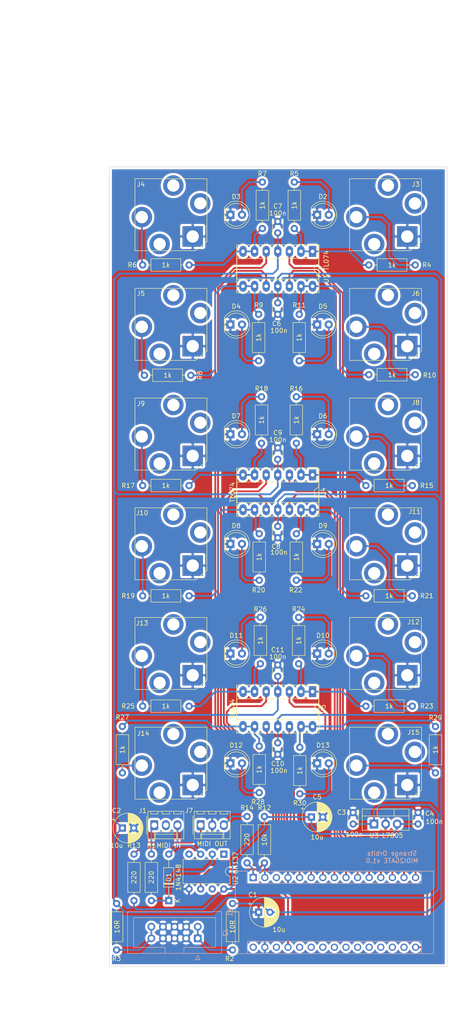
<source format=kicad_pcb>
(kicad_pcb (version 20171130) (host pcbnew 5.1.6+dfsg1-1)
  (title_block (title Freezer))
  (layers (0 F.Cu signal) (31 B.Cu signal) (34 B.Paste user) (35 F.Paste user) (36 B.SilkS user) (37 F.SilkS user) (38 B.Mask user) (39 F.Mask user) (44 Edge.Cuts user))
  (net 0 "")
  (net 1 +12V)
  (net 2 GND)
  (net 3 -12V)
  (net 4 +5V)
  (net 5 "Net-(R23-Pad1)")
  (net 6 "Net-(D1-Pad2)")
  (net 7 "Net-(R15-Pad1)")
  (net 8 "Net-(D2-Pad2)")
  (net 9 "Net-(D3-Pad2)")
  (net 10 "Net-(D4-Pad2)")
  (net 11 "Net-(D5-Pad2)")
  (net 12 "Net-(D6-Pad2)")
  (net 13 "Net-(D7-Pad2)")
  (net 14 "Net-(D8-Pad2)")
  (net 15 "Net-(J1-Pad1)")
  (net 16 "Net-(J6-PadT)")
  (net 17 "Net-(J4-PadT)")
  (net 18 "Net-(J5-PadT)")
  (net 19 "Net-(R10-Pad1)")
  (net 20 "Net-(J8-PadT)")
  (net 21 "Net-(J9-PadT)")
  (net 22 "Net-(J10-PadT)")
  (net 23 "Net-(R17-Pad1)")
  (net 24 "Net-(J11-PadT)")
  (net 25 "Net-(R19-Pad1)")
  (net 26 "Net-(D9-Pad2)")
  (net 27 "Net-(D10-Pad2)")
  (net 28 "Net-(D11-Pad2)")
  (net 29 "Net-(D12-Pad2)")
  (net 30 "Net-(J12-PadT)")
  (net 31 "Net-(J13-PadT)")
  (net 32 "Net-(J14-PadT)")
  (net 33 "Net-(J15-PadT)")
  (net 34 "Net-(R21-Pad1)")
  (net 35 "Net-(R25-Pad1)")
  (net 36 "Net-(R27-Pad1)")
  (net 37 "Net-(J2-Pad1)")
  (net 38 "Net-(D13-Pad2)")
  (net 39 MIDI_IN)
  (net 40 G1)
  (net 41 G8)
  (net 42 G7)
  (net 43 G6)
  (net 44 G5)
  (net 45 G4)
  (net 46 G3)
  (net 47 G2)
  (net 48 G12)
  (net 49 G11)
  (net 50 G10)
  (net 51 G9)
  (net 52 "Net-(D1-Pad1)")
  (net 53 "Net-(J2-Pad10)")
  (net 54 "Net-(R29-Pad1)")
  (net 55 "Net-(J3-PadT)")
  (net 56 "Net-(J7-Pad3)")
  (net 57 "Net-(J7-Pad1)")
  (net 58 "Net-(R4-Pad1)")
  (net 59 "Net-(R6-Pad1)")
  (net 60 "Net-(R8-Pad1)")
  (net 61 MIDI_OUT)
  (module Capacitor_THT:CP_Radial_D6.3mm_P2.50mm (layer F.Cu) (at 53.34 177.165)
    (fp_text reference C2 (at -1.27 -3.81) (layer F.SilkS))
    (fp_text value 10u (at -1.27 3.81) (layer F.SilkS))
    (pad 2 thru_hole circle (at 2.5 0) (size 1.6 1.6) (drill 0.8) (layers *.Cu *.Mask) (net 2 GND))
    (pad 1 thru_hole rect (at 0 0) (size 1.6 1.6) (drill 0.8) (layers *.Cu *.Mask) (net 1 +12V))
  )
  (module Package_DIP:DIP-8_W7.62mm (layer F.Cu) (at 75.565 182.88 270)
    (fp_text reference U2 (at 5.715 -2.54 90) (layer F.SilkS))
    (fp_text value 6N137 (at 1.905 -2.54 90) (layer F.SilkS))
    (pad 8 thru_hole oval (at 7.62 0 270) (size 1.6 1.6) (drill 0.8) (layers *.Cu *.Mask) (net 4 +5V))
    (pad 4 thru_hole oval (at 0 7.62 270) (size 1.6 1.6) (drill 0.8) (layers *.Cu *.Mask))
    (pad 7 thru_hole oval (at 7.62 2.54 270) (size 1.6 1.6) (drill 0.8) (layers *.Cu *.Mask))
    (pad 3 thru_hole oval (at 0 5.08 270) (size 1.6 1.6) (drill 0.8) (layers *.Cu *.Mask) (net 6 "Net-(D1-Pad2)"))
    (pad 6 thru_hole oval (at 7.62 5.08 270) (size 1.6 1.6) (drill 0.8) (layers *.Cu *.Mask) (net 39 MIDI_IN))
    (pad 2 thru_hole oval (at 0 2.54 270) (size 1.6 1.6) (drill 0.8) (layers *.Cu *.Mask) (net 52 "Net-(D1-Pad1)"))
    (pad 5 thru_hole oval (at 7.62 7.62 270) (size 1.6 1.6) (drill 0.8) (layers *.Cu *.Mask) (net 2 GND))
    (pad 1 thru_hole rect (at 0 0 270) (size 1.6 1.6) (drill 0.8) (layers *.Cu *.Mask))
  )
  (module R_silkvalue:R_Axial_DIN0207_L6.3mm_D2.5mm_P7.62mm_Horizontal_silkvalue (layer F.Cu) (at 84.455 174.625 270)
    (fp_text reference R12 (at -1.905 0 180) (layer F.SilkS))
    (fp_text value 10k (at 5.08 0 90) (layer F.SilkS))
    (pad 2 thru_hole oval (at 10.16 0 270) (size 1.6 1.6) (drill 0.8) (layers *.Cu *.Mask) (net 39 MIDI_IN))
    (pad 1 thru_hole circle (at 0 0 270) (size 1.6 1.6) (drill 0.8) (layers *.Cu *.Mask) (net 4 +5V))
  )
  (module R_silkvalue:R_Axial_DIN0207_L6.3mm_D2.5mm_P7.62mm_Horizontal_silkvalue (layer F.Cu) (at 80.645 184.785 90)
    (fp_text reference R14 (at 12.065 0 180) (layer F.SilkS))
    (fp_text value 220 (at 5.08 0 90) (layer F.SilkS))
    (pad 2 thru_hole oval (at 10.16 0 90) (size 1.6 1.6) (drill 0.8) (layers *.Cu *.Mask) (net 56 "Net-(J7-Pad3)"))
    (pad 1 thru_hole circle (at 0 0 90) (size 1.6 1.6) (drill 0.8) (layers *.Cu *.Mask) (net 61 MIDI_OUT))
  )
  (module R_silkvalue:R_Axial_DIN0207_L6.3mm_D2.5mm_P7.62mm_Horizontal_silkvalue (layer F.Cu) (at 55.88 193.04 90)
    (fp_text reference R13 (at 12.065 0 180) (layer F.SilkS))
    (fp_text value 220 (at 5.08 0 90) (layer F.SilkS))
    (pad 2 thru_hole oval (at 10.16 0 90) (size 1.6 1.6) (drill 0.8) (layers *.Cu *.Mask) (net 57 "Net-(J7-Pad1)"))
    (pad 1 thru_hole circle (at 0 0 90) (size 1.6 1.6) (drill 0.8) (layers *.Cu *.Mask) (net 4 +5V))
  )
  (module R_silkvalue:R_Axial_DIN0207_L6.3mm_D2.5mm_P7.62mm_Horizontal_silkvalue (layer F.Cu) (at 59.69 182.88 270)
    (fp_text reference R1 (at -1.905 0 180) (layer F.SilkS))
    (fp_text value 220 (at 5.08 0 90) (layer F.SilkS))
    (pad 2 thru_hole oval (at 10.16 0 270) (size 1.6 1.6) (drill 0.8) (layers *.Cu *.Mask) (net 52 "Net-(D1-Pad1)"))
    (pad 1 thru_hole circle (at 0 0 270) (size 1.6 1.6) (drill 0.8) (layers *.Cu *.Mask) (net 15 "Net-(J1-Pad1)"))
  )
  (module Diode_THT:D_DO-35_SOD27_P10.16mm_Horizontal (layer F.Cu) (at 63.5 193.04 90)
    (fp_text reference D1 (at 5.08 0 90) (layer F.SilkS))
    (fp_text value 1N4148 (at 5.08 2.12 90) (layer F.SilkS))
    (fp_text user K (at 0 1.905 90) (layer F.SilkS))
    (pad 2 thru_hole oval (at 10.16 0 90) (size 1.6 1.6) (drill 0.8) (layers *.Cu *.Mask) (net 6 "Net-(D1-Pad2)"))
    (pad 1 thru_hole rect (at 0 0 90) (size 1.6 1.6) (drill 0.8) (layers *.Cu *.Mask) (net 52 "Net-(D1-Pad1)"))
  )
  (module Package_DIP:DIP-14_W7.62mm_Socket_LongPads (layer F.Cu) (at 95 147.32 270)
    (fp_text reference U5 (at 3.81 -2.33 90) (layer F.SilkS))
    (fp_text value TL074 (at 3.81 17.57 90) (layer F.SilkS))
    (pad 14 thru_hole oval (at 7.62 0 270) (size 2.4 1.6) (drill 0.8) (layers *.Cu *.Mask) (net 54 "Net-(R29-Pad1)"))
    (pad 7 thru_hole oval (at 0 15.24 270) (size 2.4 1.6) (drill 0.8) (layers *.Cu *.Mask) (net 35 "Net-(R25-Pad1)"))
    (pad 13 thru_hole oval (at 7.62 2.54 270) (size 2.4 1.6) (drill 0.8) (layers *.Cu *.Mask) (net 54 "Net-(R29-Pad1)"))
    (pad 6 thru_hole oval (at 0 12.7 270) (size 2.4 1.6) (drill 0.8) (layers *.Cu *.Mask) (net 35 "Net-(R25-Pad1)"))
    (pad 12 thru_hole oval (at 7.62 5.08 270) (size 2.4 1.6) (drill 0.8) (layers *.Cu *.Mask) (net 48 G12))
    (pad 5 thru_hole oval (at 0 10.16 270) (size 2.4 1.6) (drill 0.8) (layers *.Cu *.Mask) (net 50 G10))
    (pad 11 thru_hole oval (at 7.62 7.62 270) (size 2.4 1.6) (drill 0.8) (layers *.Cu *.Mask) (net 3 -12V))
    (pad 4 thru_hole oval (at 0 7.62 270) (size 2.4 1.6) (drill 0.8) (layers *.Cu *.Mask) (net 1 +12V))
    (pad 10 thru_hole oval (at 7.62 10.16 270) (size 2.4 1.6) (drill 0.8) (layers *.Cu *.Mask) (net 49 G11))
    (pad 3 thru_hole oval (at 0 5.08 270) (size 2.4 1.6) (drill 0.8) (layers *.Cu *.Mask) (net 51 G9))
    (pad 9 thru_hole oval (at 7.62 12.7 270) (size 2.4 1.6) (drill 0.8) (layers *.Cu *.Mask) (net 36 "Net-(R27-Pad1)"))
    (pad 2 thru_hole oval (at 0 2.54 270) (size 2.4 1.6) (drill 0.8) (layers *.Cu *.Mask) (net 5 "Net-(R23-Pad1)"))
    (pad 8 thru_hole oval (at 7.62 15.24 270) (size 2.4 1.6) (drill 0.8) (layers *.Cu *.Mask) (net 36 "Net-(R27-Pad1)"))
    (pad 1 thru_hole rect (at 0 0 270) (size 2.4 1.6) (drill 0.8) (layers *.Cu *.Mask) (net 5 "Net-(R23-Pad1)"))
  )
  (module Capacitor_THT:C_Disc_D3.4mm_W2.1mm_P2.50mm (layer F.Cu) (at 87.376 93.98 270)
    (fp_text reference C9 (at -3.302 0 180) (layer F.SilkS))
    (fp_text value 100n (at -1.778 0 180) (layer F.SilkS))
    (pad 2 thru_hole circle (at 2.5 0 270) (size 1.6 1.6) (drill 0.8) (layers *.Cu *.Mask) (net 1 +12V))
    (pad 1 thru_hole circle (at 0 0 270) (size 1.6 1.6) (drill 0.8) (layers *.Cu *.Mask) (net 2 GND))
  )
  (module Capacitor_THT:C_Disc_D3.4mm_W2.1mm_P2.50mm (layer F.Cu) (at 87.376 113.665 90)
    (fp_text reference C8 (at -1.905 -0.381 180) (layer F.SilkS))
    (fp_text value 100n (at -3.175 0.254 180) (layer F.SilkS))
    (pad 2 thru_hole circle (at 2.5 0 90) (size 1.6 1.6) (drill 0.8) (layers *.Cu *.Mask) (net 3 -12V))
    (pad 1 thru_hole circle (at 0 0 90) (size 1.6 1.6) (drill 0.8) (layers *.Cu *.Mask) (net 2 GND))
  )
  (module Capacitor_THT:C_Disc_D3.4mm_W2.1mm_P2.50mm (layer F.Cu) (at 87.376 44.45 270)
    (fp_text reference C7 (at -3.342 0 180) (layer F.SilkS))
    (fp_text value 100n (at -1.818 0 180) (layer F.SilkS))
    (pad 2 thru_hole circle (at 2.5 0 270) (size 1.6 1.6) (drill 0.8) (layers *.Cu *.Mask) (net 1 +12V))
    (pad 1 thru_hole circle (at 0 0 270) (size 1.6 1.6) (drill 0.8) (layers *.Cu *.Mask) (net 2 GND))
  )
  (module Capacitor_THT:C_Disc_D3.4mm_W2.1mm_P2.50mm (layer F.Cu) (at 87.376 64.77 90)
    (fp_text reference C6 (at -2.032 -0.254 180) (layer F.SilkS))
    (fp_text value 100n (at -3.556 0.254 180) (layer F.SilkS))
    (pad 2 thru_hole circle (at 2.5 0 90) (size 1.6 1.6) (drill 0.8) (layers *.Cu *.Mask) (net 3 -12V))
    (pad 1 thru_hole circle (at 0 0 90) (size 1.6 1.6) (drill 0.8) (layers *.Cu *.Mask) (net 2 GND))
  )
  (module R_silkvalue:R_Axial_DIN0207_L6.3mm_D2.5mm_P7.62mm_Horizontal_silkvalue (layer F.Cu) (at 92.202 159.512 270)
    (fp_text reference R30 (at 12.192 0 180) (layer F.SilkS))
    (fp_text value 1k (at 5.08 0 90) (layer F.SilkS))
    (pad 2 thru_hole oval (at 10.16 0 270) (size 1.6 1.6) (drill 0.8) (layers *.Cu *.Mask) (net 38 "Net-(D13-Pad2)"))
    (pad 1 thru_hole circle (at 0 0 270) (size 1.6 1.6) (drill 0.8) (layers *.Cu *.Mask) (net 54 "Net-(R29-Pad1)"))
  )
  (module R_silkvalue:R_Axial_DIN0207_L6.3mm_D2.5mm_P7.62mm_Horizontal_silkvalue (layer F.Cu) (at 121.92 154.94 270)
    (fp_text reference R29 (at -1.905 0 180) (layer F.SilkS))
    (fp_text value 1k (at 5.08 0 90) (layer F.SilkS))
    (pad 2 thru_hole oval (at 10.16 0 270) (size 1.6 1.6) (drill 0.8) (layers *.Cu *.Mask) (net 33 "Net-(J15-PadT)"))
    (pad 1 thru_hole circle (at 0 0 270) (size 1.6 1.6) (drill 0.8) (layers *.Cu *.Mask) (net 54 "Net-(R29-Pad1)"))
  )
  (module R_silkvalue:R_Axial_DIN0207_L6.3mm_D2.5mm_P7.62mm_Horizontal_silkvalue (layer F.Cu) (at 83.312 159.258 270)
    (fp_text reference R28 (at 12.192 0.254 180) (layer F.SilkS))
    (fp_text value 1k (at 5.08 0 90) (layer F.SilkS))
    (pad 2 thru_hole oval (at 10.16 0 270) (size 1.6 1.6) (drill 0.8) (layers *.Cu *.Mask) (net 29 "Net-(D12-Pad2)"))
    (pad 1 thru_hole circle (at 0 0 270) (size 1.6 1.6) (drill 0.8) (layers *.Cu *.Mask) (net 36 "Net-(R27-Pad1)"))
  )
  (module R_silkvalue:R_Axial_DIN0207_L6.3mm_D2.5mm_P7.62mm_Horizontal_silkvalue (layer F.Cu) (at 53.34 154.94 270)
    (fp_text reference R27 (at -2 0 180) (layer F.SilkS))
    (fp_text value 1k (at 5.08 0 90) (layer F.SilkS))
    (pad 2 thru_hole oval (at 10.16 0 270) (size 1.6 1.6) (drill 0.8) (layers *.Cu *.Mask) (net 32 "Net-(J14-PadT)"))
    (pad 1 thru_hole circle (at 0 0 270) (size 1.6 1.6) (drill 0.8) (layers *.Cu *.Mask) (net 36 "Net-(R27-Pad1)"))
  )
  (module R_silkvalue:R_Axial_DIN0207_L6.3mm_D2.5mm_P7.62mm_Horizontal_silkvalue (layer F.Cu) (at 83.566 141.224 90)
    (fp_text reference R26 (at 11.938 0 180) (layer F.SilkS))
    (fp_text value 1k (at 5.08 0 90) (layer F.SilkS))
    (pad 2 thru_hole oval (at 10.16 0 90) (size 1.6 1.6) (drill 0.8) (layers *.Cu *.Mask) (net 28 "Net-(D11-Pad2)"))
    (pad 1 thru_hole circle (at 0 0 90) (size 1.6 1.6) (drill 0.8) (layers *.Cu *.Mask) (net 35 "Net-(R25-Pad1)"))
  )
  (module R_silkvalue:R_Axial_DIN0207_L6.3mm_D2.5mm_P7.62mm_Horizontal_silkvalue (layer F.Cu) (at 67.945 150.495 180)
    (fp_text reference R25 (at 13.335 0) (layer F.SilkS))
    (fp_text value 1k (at 5.08 0) (layer F.SilkS))
    (pad 2 thru_hole oval (at 10.16 0 180) (size 1.6 1.6) (drill 0.8) (layers *.Cu *.Mask) (net 31 "Net-(J13-PadT)"))
    (pad 1 thru_hole circle (at 0 0 180) (size 1.6 1.6) (drill 0.8) (layers *.Cu *.Mask) (net 35 "Net-(R25-Pad1)"))
  )
  (module R_silkvalue:R_Axial_DIN0207_L6.3mm_D2.5mm_P7.62mm_Horizontal_silkvalue (layer F.Cu) (at 91.948 141.224 90)
    (fp_text reference R24 (at 11.938 0 180) (layer F.SilkS))
    (fp_text value 1k (at 5.08 0 90) (layer F.SilkS))
    (pad 2 thru_hole oval (at 10.16 0 90) (size 1.6 1.6) (drill 0.8) (layers *.Cu *.Mask) (net 27 "Net-(D10-Pad2)"))
    (pad 1 thru_hole circle (at 0 0 90) (size 1.6 1.6) (drill 0.8) (layers *.Cu *.Mask) (net 5 "Net-(R23-Pad1)"))
  )
  (module R_silkvalue:R_Axial_DIN0207_L6.3mm_D2.5mm_P7.62mm_Horizontal_silkvalue (layer F.Cu) (at 106.68 150.495)
    (fp_text reference R23 (at 13.335 0) (layer F.SilkS))
    (fp_text value 1k (at 5.08 0) (layer F.SilkS))
    (pad 2 thru_hole oval (at 10.16 0) (size 1.6 1.6) (drill 0.8) (layers *.Cu *.Mask) (net 30 "Net-(J12-PadT)"))
    (pad 1 thru_hole circle (at 0 0) (size 1.6 1.6) (drill 0.8) (layers *.Cu *.Mask) (net 5 "Net-(R23-Pad1)"))
  )
  (module LMNC:Jack_6.35mm_PJ_629HAN (layer F.Cu) (at 111 163)
    (fp_text reference J15 (at 6.094 -6.79) (layer F.SilkS))
    (fp_text value GATE12)
    (pad RN thru_hole circle (at 6.4 -2.5) (size 4.500001 4.500001) (drill 2.7) (layers *.Cu *.Mask))
    (pad TN thru_hole circle (at -2.5 6.4) (size 4.5 4.5) (drill 2.7) (layers *.Cu *.Mask))
    (pad R thru_hole circle (at 0.5 -6.4) (size 4.500001 4.500001) (drill 2.7) (layers *.Cu *.Mask))
    (pad S thru_hole rect (at 4.74 4.74) (size 4.500001 4.500001) (drill 2.7) (layers *.Cu *.Mask) (net 2 GND))
    (pad T thru_hole circle (at -6.4 0.5) (size 4.5 4.5) (drill 2.7) (layers *.Cu *.Mask) (net 33 "Net-(J15-PadT)"))
  )
  (module LMNC:Jack_6.35mm_PJ_629HAN (layer F.Cu) (at 64 163)
    (fp_text reference J14 (at -6.088 -6.536) (layer F.SilkS))
    (fp_text value GATE11)
    (pad RN thru_hole circle (at 6.4 -2.5) (size 4.500001 4.500001) (drill 2.7) (layers *.Cu *.Mask))
    (pad TN thru_hole circle (at -2.5 6.4) (size 4.5 4.5) (drill 2.7) (layers *.Cu *.Mask))
    (pad R thru_hole circle (at 0.5 -6.4) (size 4.500001 4.500001) (drill 2.7) (layers *.Cu *.Mask))
    (pad S thru_hole rect (at 4.74 4.74) (size 4.500001 4.500001) (drill 2.7) (layers *.Cu *.Mask) (net 2 GND))
    (pad T thru_hole circle (at -6.4 0.5) (size 4.5 4.5) (drill 2.7) (layers *.Cu *.Mask) (net 32 "Net-(J14-PadT)"))
  )
  (module LMNC:Jack_6.35mm_PJ_629HAN (layer F.Cu) (at 64 139)
    (fp_text reference J13 (at -6.342 -6.666) (layer F.SilkS))
    (fp_text value GATE10)
    (pad RN thru_hole circle (at 6.4 -2.5) (size 4.500001 4.500001) (drill 2.7) (layers *.Cu *.Mask))
    (pad TN thru_hole circle (at -2.5 6.4) (size 4.5 4.5) (drill 2.7) (layers *.Cu *.Mask))
    (pad R thru_hole circle (at 0.5 -6.4) (size 4.500001 4.500001) (drill 2.7) (layers *.Cu *.Mask))
    (pad S thru_hole rect (at 4.74 4.74) (size 4.500001 4.500001) (drill 2.7) (layers *.Cu *.Mask) (net 2 GND))
    (pad T thru_hole circle (at -6.4 0.5) (size 4.5 4.5) (drill 2.7) (layers *.Cu *.Mask) (net 31 "Net-(J13-PadT)"))
  )
  (module LMNC:Jack_6.35mm_PJ_629HAN (layer F.Cu) (at 111 139)
    (fp_text reference J12 (at 6.094 -6.92) (layer F.SilkS))
    (fp_text value GATE9)
    (pad RN thru_hole circle (at 6.4 -2.5) (size 4.500001 4.500001) (drill 2.7) (layers *.Cu *.Mask))
    (pad TN thru_hole circle (at -2.5 6.4) (size 4.5 4.5) (drill 2.7) (layers *.Cu *.Mask))
    (pad R thru_hole circle (at 0.5 -6.4) (size 4.500001 4.500001) (drill 2.7) (layers *.Cu *.Mask))
    (pad S thru_hole rect (at 4.74 4.74) (size 4.500001 4.500001) (drill 2.7) (layers *.Cu *.Mask) (net 2 GND))
    (pad T thru_hole circle (at -6.4 0.5) (size 4.5 4.5) (drill 2.7) (layers *.Cu *.Mask) (net 30 "Net-(J12-PadT)"))
  )
  (module LED_THT:LED_D5.0mm (layer F.Cu) (at 96 163)
    (fp_text reference D13 (at 1.27 -3.96) (layer F.SilkS))
    (fp_text value LED)
    (pad 2 thru_hole circle (at 2.54 0) (size 1.8 1.8) (drill 0.9) (layers *.Cu *.Mask) (net 38 "Net-(D13-Pad2)"))
    (pad 1 thru_hole rect (at 0 0) (size 1.8 1.8) (drill 0.9) (layers *.Cu *.Mask) (net 2 GND))
  )
  (module LED_THT:LED_D5.0mm (layer F.Cu) (at 77 163)
    (fp_text reference D12 (at 1.27 -3.96) (layer F.SilkS))
    (fp_text value LED)
    (pad 2 thru_hole circle (at 2.54 0) (size 1.8 1.8) (drill 0.9) (layers *.Cu *.Mask) (net 29 "Net-(D12-Pad2)"))
    (pad 1 thru_hole rect (at 0 0) (size 1.8 1.8) (drill 0.9) (layers *.Cu *.Mask) (net 2 GND))
  )
  (module LED_THT:LED_D5.0mm (layer F.Cu) (at 77 139)
    (fp_text reference D11 (at 1.27 -3.96) (layer F.SilkS))
    (fp_text value LED)
    (pad 2 thru_hole circle (at 2.54 0) (size 1.8 1.8) (drill 0.9) (layers *.Cu *.Mask) (net 28 "Net-(D11-Pad2)"))
    (pad 1 thru_hole rect (at 0 0) (size 1.8 1.8) (drill 0.9) (layers *.Cu *.Mask) (net 2 GND))
  )
  (module LED_THT:LED_D5.0mm (layer F.Cu) (at 96 139)
    (fp_text reference D10 (at 1.27 -3.96) (layer F.SilkS))
    (fp_text value LED)
    (pad 2 thru_hole circle (at 2.54 0) (size 1.8 1.8) (drill 0.9) (layers *.Cu *.Mask) (net 27 "Net-(D10-Pad2)"))
    (pad 1 thru_hole rect (at 0 0) (size 1.8 1.8) (drill 0.9) (layers *.Cu *.Mask) (net 2 GND))
  )
  (module LMNC:Jack_6.35mm_PJ_629HAN (layer F.Cu) (at 111 115)
    (fp_text reference J11 (at 6.348 -7.05) (layer F.SilkS))
    (fp_text value GATE8)
    (pad RN thru_hole circle (at 6.4 -2.5) (size 4.500001 4.500001) (drill 2.7) (layers *.Cu *.Mask))
    (pad TN thru_hole circle (at -2.5 6.4) (size 4.5 4.5) (drill 2.7) (layers *.Cu *.Mask))
    (pad R thru_hole circle (at 0.5 -6.4) (size 4.500001 4.500001) (drill 2.7) (layers *.Cu *.Mask))
    (pad S thru_hole rect (at 4.74 4.74) (size 4.500001 4.500001) (drill 2.7) (layers *.Cu *.Mask) (net 2 GND))
    (pad T thru_hole circle (at -6.4 0.5) (size 4.5 4.5) (drill 2.7) (layers *.Cu *.Mask) (net 24 "Net-(J11-PadT)"))
  )
  (module LMNC:Jack_6.35mm_PJ_629HAN (layer F.Cu) (at 64 115)
    (fp_text reference J10 (at -6.342 -6.796) (layer F.SilkS))
    (fp_text value GATE7)
    (pad RN thru_hole circle (at 6.4 -2.5) (size 4.500001 4.500001) (drill 2.7) (layers *.Cu *.Mask))
    (pad TN thru_hole circle (at -2.5 6.4) (size 4.5 4.5) (drill 2.7) (layers *.Cu *.Mask))
    (pad R thru_hole circle (at 0.5 -6.4) (size 4.500001 4.500001) (drill 2.7) (layers *.Cu *.Mask))
    (pad S thru_hole rect (at 4.74 4.74) (size 4.500001 4.500001) (drill 2.7) (layers *.Cu *.Mask) (net 2 GND))
    (pad T thru_hole circle (at -6.4 0.5) (size 4.5 4.5) (drill 2.7) (layers *.Cu *.Mask) (net 22 "Net-(J10-PadT)"))
  )
  (module LMNC:Jack_6.35mm_PJ_629HAN (layer F.Cu) (at 64 91)
    (fp_text reference J9 (at -6.596 -6.672) (layer F.SilkS))
    (fp_text value GATE6)
    (pad RN thru_hole circle (at 6.4 -2.5) (size 4.500001 4.500001) (drill 2.7) (layers *.Cu *.Mask))
    (pad TN thru_hole circle (at -2.5 6.4) (size 4.5 4.5) (drill 2.7) (layers *.Cu *.Mask))
    (pad R thru_hole circle (at 0.5 -6.4) (size 4.500001 4.500001) (drill 2.7) (layers *.Cu *.Mask))
    (pad S thru_hole rect (at 4.74 4.74) (size 4.500001 4.500001) (drill 2.7) (layers *.Cu *.Mask) (net 2 GND))
    (pad T thru_hole circle (at -6.4 0.5) (size 4.5 4.5) (drill 2.7) (layers *.Cu *.Mask) (net 21 "Net-(J9-PadT)"))
  )
  (module LMNC:Jack_6.35mm_PJ_629HAN (layer F.Cu) (at 111 91)
    (fp_text reference J8 (at 6.602 -6.926) (layer F.SilkS))
    (fp_text value GATE5)
    (pad RN thru_hole circle (at 6.4 -2.5) (size 4.500001 4.500001) (drill 2.7) (layers *.Cu *.Mask))
    (pad TN thru_hole circle (at -2.5 6.4) (size 4.5 4.5) (drill 2.7) (layers *.Cu *.Mask))
    (pad R thru_hole circle (at 0.5 -6.4) (size 4.500001 4.500001) (drill 2.7) (layers *.Cu *.Mask))
    (pad S thru_hole rect (at 4.74 4.74) (size 4.500001 4.500001) (drill 2.7) (layers *.Cu *.Mask) (net 2 GND))
    (pad T thru_hole circle (at -6.4 0.5) (size 4.5 4.5) (drill 2.7) (layers *.Cu *.Mask) (net 20 "Net-(J8-PadT)"))
  )
  (module LMNC:Jack_6.35mm_PJ_629HAN (layer F.Cu) (at 111 67)
    (fp_text reference J6 (at 6.602 -6.802) (layer F.SilkS))
    (fp_text value GATE4)
    (pad RN thru_hole circle (at 6.4 -2.5) (size 4.500001 4.500001) (drill 2.7) (layers *.Cu *.Mask))
    (pad TN thru_hole circle (at -2.5 6.4) (size 4.5 4.5) (drill 2.7) (layers *.Cu *.Mask))
    (pad R thru_hole circle (at 0.5 -6.4) (size 4.500001 4.500001) (drill 2.7) (layers *.Cu *.Mask))
    (pad S thru_hole rect (at 4.74 4.74) (size 4.500001 4.500001) (drill 2.7) (layers *.Cu *.Mask) (net 2 GND))
    (pad T thru_hole circle (at -6.4 0.5) (size 4.5 4.5) (drill 2.7) (layers *.Cu *.Mask) (net 16 "Net-(J6-PadT)"))
  )
  (module LMNC:Jack_6.35mm_PJ_629HAN (layer F.Cu) (at 64 43)
    (fp_text reference J4 (at -6.596 -6.678) (layer F.SilkS))
    (fp_text value GATE2)
    (pad RN thru_hole circle (at 6.4 -2.5) (size 4.500001 4.500001) (drill 2.7) (layers *.Cu *.Mask))
    (pad TN thru_hole circle (at -2.5 6.4) (size 4.5 4.5) (drill 2.7) (layers *.Cu *.Mask))
    (pad R thru_hole circle (at 0.5 -6.4) (size 4.500001 4.500001) (drill 2.7) (layers *.Cu *.Mask))
    (pad S thru_hole rect (at 4.74 4.74) (size 4.500001 4.500001) (drill 2.7) (layers *.Cu *.Mask) (net 2 GND))
    (pad T thru_hole circle (at -6.4 0.5) (size 4.5 4.5) (drill 2.7) (layers *.Cu *.Mask) (net 17 "Net-(J4-PadT)"))
  )
  (module LMNC:Jack_6.35mm_PJ_629HAN (layer F.Cu) (at 64 67)
    (fp_text reference J5 (at -6.596 -6.802) (layer F.SilkS))
    (fp_text value GATE3)
    (pad RN thru_hole circle (at 6.4 -2.5) (size 4.500001 4.500001) (drill 2.7) (layers *.Cu *.Mask))
    (pad TN thru_hole circle (at -2.5 6.4) (size 4.5 4.5) (drill 2.7) (layers *.Cu *.Mask))
    (pad R thru_hole circle (at 0.5 -6.4) (size 4.500001 4.500001) (drill 2.7) (layers *.Cu *.Mask))
    (pad S thru_hole rect (at 4.74 4.74) (size 4.500001 4.500001) (drill 2.7) (layers *.Cu *.Mask) (net 2 GND))
    (pad T thru_hole circle (at -6.4 0.5) (size 4.5 4.5) (drill 2.7) (layers *.Cu *.Mask) (net 18 "Net-(J5-PadT)"))
  )
  (module LMNC:Jack_6.35mm_PJ_629HAN (layer F.Cu) (at 111 43)
    (fp_text reference J3 (at 6.602 -6.678) (layer F.SilkS))
    (fp_text value GATE1)
    (pad RN thru_hole circle (at 6.4 -2.5) (size 4.500001 4.500001) (drill 2.7) (layers *.Cu *.Mask))
    (pad TN thru_hole circle (at -2.5 6.4) (size 4.5 4.5) (drill 2.7) (layers *.Cu *.Mask))
    (pad R thru_hole circle (at 0.5 -6.4) (size 4.500001 4.500001) (drill 2.7) (layers *.Cu *.Mask))
    (pad S thru_hole rect (at 4.74 4.74) (size 4.500001 4.500001) (drill 2.7) (layers *.Cu *.Mask) (net 2 GND))
    (pad T thru_hole circle (at -6.4 0.5) (size 4.5 4.5) (drill 2.7) (layers *.Cu *.Mask) (net 55 "Net-(J3-PadT)"))
  )
  (module Package_TO_SOT_THT:TO-220-3_Vertical (layer F.Cu) (at 108.458 176.276)
    (fp_text reference U3 (at 0 2.54) (layer F.SilkS))
    (fp_text value L7805 (at 4.064 2.5) (layer F.SilkS))
    (pad 3 thru_hole oval (at 5.08 0) (size 1.905 2) (drill 1.1) (layers *.Cu *.Mask) (net 4 +5V))
    (pad 2 thru_hole oval (at 2.54 0) (size 1.905 2) (drill 1.1) (layers *.Cu *.Mask) (net 2 GND))
    (pad 1 thru_hole rect (at 0 0) (size 1.905 2) (drill 1.1) (layers *.Cu *.Mask) (net 1 +12V))
  )
  (module Package_DIP:DIP-14_W7.62mm_Socket_LongPads (layer F.Cu) (at 95 99.8982 270)
    (fp_text reference U4 (at 3.81 -2.33 90) (layer F.SilkS))
    (fp_text value TL074 (at 3.81 17.57 90) (layer F.SilkS))
    (pad 14 thru_hole oval (at 7.62 0 270) (size 2.4 1.6) (drill 0.8) (layers *.Cu *.Mask) (net 34 "Net-(R21-Pad1)"))
    (pad 7 thru_hole oval (at 0 15.24 270) (size 2.4 1.6) (drill 0.8) (layers *.Cu *.Mask) (net 23 "Net-(R17-Pad1)"))
    (pad 13 thru_hole oval (at 7.62 2.54 270) (size 2.4 1.6) (drill 0.8) (layers *.Cu *.Mask) (net 34 "Net-(R21-Pad1)"))
    (pad 6 thru_hole oval (at 0 12.7 270) (size 2.4 1.6) (drill 0.8) (layers *.Cu *.Mask) (net 23 "Net-(R17-Pad1)"))
    (pad 12 thru_hole oval (at 7.62 5.08 270) (size 2.4 1.6) (drill 0.8) (layers *.Cu *.Mask) (net 41 G8))
    (pad 5 thru_hole oval (at 0 10.16 270) (size 2.4 1.6) (drill 0.8) (layers *.Cu *.Mask) (net 43 G6))
    (pad 11 thru_hole oval (at 7.62 7.62 270) (size 2.4 1.6) (drill 0.8) (layers *.Cu *.Mask) (net 3 -12V))
    (pad 4 thru_hole oval (at 0 7.62 270) (size 2.4 1.6) (drill 0.8) (layers *.Cu *.Mask) (net 1 +12V))
    (pad 10 thru_hole oval (at 7.62 10.16 270) (size 2.4 1.6) (drill 0.8) (layers *.Cu *.Mask) (net 42 G7))
    (pad 3 thru_hole oval (at 0 5.08 270) (size 2.4 1.6) (drill 0.8) (layers *.Cu *.Mask) (net 44 G5))
    (pad 9 thru_hole oval (at 7.62 12.7 270) (size 2.4 1.6) (drill 0.8) (layers *.Cu *.Mask) (net 25 "Net-(R19-Pad1)"))
    (pad 2 thru_hole oval (at 0 2.54 270) (size 2.4 1.6) (drill 0.8) (layers *.Cu *.Mask) (net 7 "Net-(R15-Pad1)"))
    (pad 8 thru_hole oval (at 7.62 15.24 270) (size 2.4 1.6) (drill 0.8) (layers *.Cu *.Mask) (net 25 "Net-(R19-Pad1)"))
    (pad 1 thru_hole rect (at 0 0 270) (size 2.4 1.6) (drill 0.8) (layers *.Cu *.Mask) (net 7 "Net-(R15-Pad1)"))
  )
  (module Package_DIP:DIP-14_W7.62mm_Socket_LongPads (layer F.Cu) (at 95 51 270)
    (fp_text reference U1 (at 6 -3 90) (layer F.SilkS))
    (fp_text value TL074 (at 2 -3 90) (layer F.SilkS))
    (pad 14 thru_hole oval (at 7.62 0 270) (size 2.4 1.6) (drill 0.8) (layers *.Cu *.Mask) (net 19 "Net-(R10-Pad1)"))
    (pad 7 thru_hole oval (at 0 15.24 270) (size 2.4 1.6) (drill 0.8) (layers *.Cu *.Mask) (net 59 "Net-(R6-Pad1)"))
    (pad 13 thru_hole oval (at 7.62 2.54 270) (size 2.4 1.6) (drill 0.8) (layers *.Cu *.Mask) (net 19 "Net-(R10-Pad1)"))
    (pad 6 thru_hole oval (at 0 12.7 270) (size 2.4 1.6) (drill 0.8) (layers *.Cu *.Mask) (net 59 "Net-(R6-Pad1)"))
    (pad 12 thru_hole oval (at 7.62 5.08 270) (size 2.4 1.6) (drill 0.8) (layers *.Cu *.Mask) (net 45 G4))
    (pad 5 thru_hole oval (at 0 10.16 270) (size 2.4 1.6) (drill 0.8) (layers *.Cu *.Mask) (net 47 G2))
    (pad 11 thru_hole oval (at 7.62 7.62 270) (size 2.4 1.6) (drill 0.8) (layers *.Cu *.Mask) (net 3 -12V))
    (pad 4 thru_hole oval (at 0 7.62 270) (size 2.4 1.6) (drill 0.8) (layers *.Cu *.Mask) (net 1 +12V))
    (pad 10 thru_hole oval (at 7.62 10.16 270) (size 2.4 1.6) (drill 0.8) (layers *.Cu *.Mask) (net 46 G3))
    (pad 3 thru_hole oval (at 0 5.08 270) (size 2.4 1.6) (drill 0.8) (layers *.Cu *.Mask) (net 40 G1))
    (pad 9 thru_hole oval (at 7.62 12.7 270) (size 2.4 1.6) (drill 0.8) (layers *.Cu *.Mask) (net 60 "Net-(R8-Pad1)"))
    (pad 2 thru_hole oval (at 0 2.54 270) (size 2.4 1.6) (drill 0.8) (layers *.Cu *.Mask) (net 58 "Net-(R4-Pad1)"))
    (pad 8 thru_hole oval (at 7.62 15.24 270) (size 2.4 1.6) (drill 0.8) (layers *.Cu *.Mask) (net 60 "Net-(R8-Pad1)"))
    (pad 1 thru_hole rect (at 0 0 270) (size 2.4 1.6) (drill 0.8) (layers *.Cu *.Mask) (net 58 "Net-(R4-Pad1)"))
  )
  (module R_silkvalue:R_Axial_DIN0207_L6.3mm_D2.5mm_P7.62mm_Horizontal_silkvalue (layer F.Cu) (at 91.44 112.776 270)
    (fp_text reference R22 (at 12.319 0.127 180) (layer F.SilkS))
    (fp_text value 1k (at 5.08 0 90) (layer F.SilkS))
    (pad 2 thru_hole oval (at 10.16 0 270) (size 1.6 1.6) (drill 0.8) (layers *.Cu *.Mask) (net 26 "Net-(D9-Pad2)"))
    (pad 1 thru_hole circle (at 0 0 270) (size 1.6 1.6) (drill 0.8) (layers *.Cu *.Mask) (net 34 "Net-(R21-Pad1)"))
  )
  (module R_silkvalue:R_Axial_DIN0207_L6.3mm_D2.5mm_P7.62mm_Horizontal_silkvalue (layer F.Cu) (at 106.68 126.365)
    (fp_text reference R21 (at 13.335 0) (layer F.SilkS))
    (fp_text value 1k (at 5.08 0) (layer F.SilkS))
    (pad 2 thru_hole oval (at 10.16 0) (size 1.6 1.6) (drill 0.8) (layers *.Cu *.Mask) (net 24 "Net-(J11-PadT)"))
    (pad 1 thru_hole circle (at 0 0) (size 1.6 1.6) (drill 0.8) (layers *.Cu *.Mask) (net 34 "Net-(R21-Pad1)"))
  )
  (module R_silkvalue:R_Axial_DIN0207_L6.3mm_D2.5mm_P7.62mm_Horizontal_silkvalue (layer F.Cu) (at 83.312 112.776 270)
    (fp_text reference R20 (at 12.319 0.127 180) (layer F.SilkS))
    (fp_text value 1k (at 5.08 0 90) (layer F.SilkS))
    (pad 2 thru_hole oval (at 10.16 0 270) (size 1.6 1.6) (drill 0.8) (layers *.Cu *.Mask) (net 14 "Net-(D8-Pad2)"))
    (pad 1 thru_hole circle (at 0 0 270) (size 1.6 1.6) (drill 0.8) (layers *.Cu *.Mask) (net 25 "Net-(R19-Pad1)"))
  )
  (module R_silkvalue:R_Axial_DIN0207_L6.3mm_D2.5mm_P7.62mm_Horizontal_silkvalue (layer F.Cu) (at 67.945 126.365 180)
    (fp_text reference R19 (at 13.335 0) (layer F.SilkS))
    (fp_text value 1k (at 5.08 0) (layer F.SilkS))
    (pad 2 thru_hole oval (at 10.16 0 180) (size 1.6 1.6) (drill 0.8) (layers *.Cu *.Mask) (net 22 "Net-(J10-PadT)"))
    (pad 1 thru_hole circle (at 0 0 180) (size 1.6 1.6) (drill 0.8) (layers *.Cu *.Mask) (net 25 "Net-(R19-Pad1)"))
  )
  (module R_silkvalue:R_Axial_DIN0207_L6.3mm_D2.5mm_P7.62mm_Horizontal_silkvalue (layer F.Cu) (at 83.82 92.964 90)
    (fp_text reference R18 (at 11.938 0 180) (layer F.SilkS))
    (fp_text value 1k (at 5.08 0 90) (layer F.SilkS))
    (pad 2 thru_hole oval (at 10.16 0 90) (size 1.6 1.6) (drill 0.8) (layers *.Cu *.Mask) (net 13 "Net-(D7-Pad2)"))
    (pad 1 thru_hole circle (at 0 0 90) (size 1.6 1.6) (drill 0.8) (layers *.Cu *.Mask) (net 23 "Net-(R17-Pad1)"))
  )
  (module R_silkvalue:R_Axial_DIN0207_L6.3mm_D2.5mm_P7.62mm_Horizontal_silkvalue (layer F.Cu) (at 67.945 102.235 180)
    (fp_text reference R17 (at 13.335 0) (layer F.SilkS))
    (fp_text value 1k (at 5.08 0) (layer F.SilkS))
    (pad 2 thru_hole oval (at 10.16 0 180) (size 1.6 1.6) (drill 0.8) (layers *.Cu *.Mask) (net 21 "Net-(J9-PadT)"))
    (pad 1 thru_hole circle (at 0 0 180) (size 1.6 1.6) (drill 0.8) (layers *.Cu *.Mask) (net 23 "Net-(R17-Pad1)"))
  )
  (module R_silkvalue:R_Axial_DIN0207_L6.3mm_D2.5mm_P7.62mm_Horizontal_silkvalue (layer F.Cu) (at 91.44 92.964 90)
    (fp_text reference R16 (at 11.938 0 180) (layer F.SilkS))
    (fp_text value 1k (at 5.08 0 90) (layer F.SilkS))
    (pad 2 thru_hole oval (at 10.16 0 90) (size 1.6 1.6) (drill 0.8) (layers *.Cu *.Mask) (net 12 "Net-(D6-Pad2)"))
    (pad 1 thru_hole circle (at 0 0 90) (size 1.6 1.6) (drill 0.8) (layers *.Cu *.Mask) (net 7 "Net-(R15-Pad1)"))
  )
  (module R_silkvalue:R_Axial_DIN0207_L6.3mm_D2.5mm_P7.62mm_Horizontal_silkvalue (layer F.Cu) (at 106.68 102.235)
    (fp_text reference R15 (at 13.335 0) (layer F.SilkS))
    (fp_text value 1k (at 5.08 0) (layer F.SilkS))
    (pad 2 thru_hole oval (at 10.16 0) (size 1.6 1.6) (drill 0.8) (layers *.Cu *.Mask) (net 20 "Net-(J8-PadT)"))
    (pad 1 thru_hole circle (at 0 0) (size 1.6 1.6) (drill 0.8) (layers *.Cu *.Mask) (net 7 "Net-(R15-Pad1)"))
  )
  (module R_silkvalue:R_Axial_DIN0207_L6.3mm_D2.5mm_P7.62mm_Horizontal_silkvalue (layer F.Cu) (at 92.075 64.77 270)
    (fp_text reference R11 (at -2 0 180) (layer F.SilkS))
    (fp_text value 1k (at 5.08 0 90) (layer F.SilkS))
    (pad 2 thru_hole oval (at 10.16 0 270) (size 1.6 1.6) (drill 0.8) (layers *.Cu *.Mask) (net 11 "Net-(D5-Pad2)"))
    (pad 1 thru_hole circle (at 0 0 270) (size 1.6 1.6) (drill 0.8) (layers *.Cu *.Mask) (net 19 "Net-(R10-Pad1)"))
  )
  (module R_silkvalue:R_Axial_DIN0207_L6.3mm_D2.5mm_P7.62mm_Horizontal_silkvalue (layer F.Cu) (at 107.315 77.978)
    (fp_text reference R10 (at 13.335 0.127) (layer F.SilkS))
    (fp_text value 1k (at 5.08 0) (layer F.SilkS))
    (pad 2 thru_hole oval (at 10.16 0) (size 1.6 1.6) (drill 0.8) (layers *.Cu *.Mask) (net 16 "Net-(J6-PadT)"))
    (pad 1 thru_hole circle (at 0 0) (size 1.6 1.6) (drill 0.8) (layers *.Cu *.Mask) (net 19 "Net-(R10-Pad1)"))
  )
  (module R_silkvalue:R_Axial_DIN0207_L6.3mm_D2.5mm_P7.62mm_Horizontal_silkvalue (layer F.Cu) (at 83.185 64.77 270)
    (fp_text reference R9 (at -2 0 180) (layer F.SilkS))
    (fp_text value 1k (at 5.08 0 90) (layer F.SilkS))
    (pad 2 thru_hole oval (at 10.16 0 270) (size 1.6 1.6) (drill 0.8) (layers *.Cu *.Mask) (net 10 "Net-(D4-Pad2)"))
    (pad 1 thru_hole circle (at 0 0 270) (size 1.6 1.6) (drill 0.8) (layers *.Cu *.Mask) (net 60 "Net-(R8-Pad1)"))
  )
  (module R_silkvalue:R_Axial_DIN0207_L6.3mm_D2.5mm_P7.62mm_Horizontal_silkvalue (layer F.Cu) (at 68.326 78.105 180)
    (fp_text reference R8 (at -2 0 270) (layer F.SilkS))
    (fp_text value 1k (at 5.08 0) (layer F.SilkS))
    (pad 2 thru_hole oval (at 10.16 0 180) (size 1.6 1.6) (drill 0.8) (layers *.Cu *.Mask) (net 18 "Net-(J5-PadT)"))
    (pad 1 thru_hole circle (at 0 0 180) (size 1.6 1.6) (drill 0.8) (layers *.Cu *.Mask) (net 60 "Net-(R8-Pad1)"))
  )
  (module R_silkvalue:R_Axial_DIN0207_L6.3mm_D2.5mm_P7.62mm_Horizontal_silkvalue (layer F.Cu) (at 84 46 90)
    (fp_text reference R7 (at 12 0 180) (layer F.SilkS))
    (fp_text value 1k (at 5.08 0 90) (layer F.SilkS))
    (pad 2 thru_hole oval (at 10.16 0 90) (size 1.6 1.6) (drill 0.8) (layers *.Cu *.Mask) (net 9 "Net-(D3-Pad2)"))
    (pad 1 thru_hole circle (at 0 0 90) (size 1.6 1.6) (drill 0.8) (layers *.Cu *.Mask) (net 59 "Net-(R6-Pad1)"))
  )
  (module R_silkvalue:R_Axial_DIN0207_L6.3mm_D2.5mm_P7.62mm_Horizontal_silkvalue (layer F.Cu) (at 52.07 203.835 90)
    (fp_text reference R3 (at -1.905 0 180) (layer F.SilkS))
    (fp_text value 10R (at 5.08 0.1 90) (layer F.SilkS))
    (pad 2 thru_hole oval (at 10.16 0 90) (size 1.6 1.6) (drill 0.8) (layers *.Cu *.Mask) (net 1 +12V))
    (pad 1 thru_hole circle (at 0 0 90) (size 1.6 1.6) (drill 0.8) (layers *.Cu *.Mask) (net 53 "Net-(J2-Pad10)"))
  )
  (module R_silkvalue:R_Axial_DIN0207_L6.3mm_D2.5mm_P7.62mm_Horizontal_silkvalue (layer F.Cu) (at 77.47 203.835 90)
    (fp_text reference R2 (at -1.905 -0.635 180) (layer F.SilkS))
    (fp_text value 10R (at 5.08 0 90) (layer F.SilkS))
    (pad 2 thru_hole oval (at 10.16 0 90) (size 1.6 1.6) (drill 0.8) (layers *.Cu *.Mask) (net 3 -12V))
    (pad 1 thru_hole circle (at 0 0 90) (size 1.6 1.6) (drill 0.8) (layers *.Cu *.Mask) (net 37 "Net-(J2-Pad1)"))
  )
  (module R_silkvalue:R_Axial_DIN0207_L6.3mm_D2.5mm_P7.62mm_Horizontal_silkvalue (layer F.Cu) (at 67.945 53.975 180)
    (fp_text reference R6 (at 12.446 0) (layer F.SilkS))
    (fp_text value 1k (at 5.08 0) (layer F.SilkS))
    (pad 2 thru_hole oval (at 10.16 0 180) (size 1.6 1.6) (drill 0.8) (layers *.Cu *.Mask) (net 17 "Net-(J4-PadT)"))
    (pad 1 thru_hole circle (at 0 0 180) (size 1.6 1.6) (drill 0.8) (layers *.Cu *.Mask) (net 59 "Net-(R6-Pad1)"))
  )
  (module R_silkvalue:R_Axial_DIN0207_L6.3mm_D2.5mm_P7.62mm_Horizontal_silkvalue (layer F.Cu) (at 91 46 90)
    (fp_text reference R5 (at 12 0 180) (layer F.SilkS))
    (fp_text value 1k (at 5.08 0 90) (layer F.SilkS))
    (pad 2 thru_hole oval (at 10.16 0 90) (size 1.6 1.6) (drill 0.8) (layers *.Cu *.Mask) (net 8 "Net-(D2-Pad2)"))
    (pad 1 thru_hole circle (at 0 0 90) (size 1.6 1.6) (drill 0.8) (layers *.Cu *.Mask) (net 58 "Net-(R4-Pad1)"))
  )
  (module R_silkvalue:R_Axial_DIN0207_L6.3mm_D2.5mm_P7.62mm_Horizontal_silkvalue (layer F.Cu) (at 107.315 53.975)
    (fp_text reference R4 (at 12.7 0) (layer F.SilkS))
    (fp_text value 1k (at 5.08 0) (layer F.SilkS))
    (pad 2 thru_hole oval (at 10.16 0) (size 1.6 1.6) (drill 0.8) (layers *.Cu *.Mask) (net 55 "Net-(J3-PadT)"))
    (pad 1 thru_hole circle (at 0 0) (size 1.6 1.6) (drill 0.8) (layers *.Cu *.Mask) (net 58 "Net-(R4-Pad1)"))
  )
  (module Connector_IDC:IDC-Header_2x05_P2.54mm_Vertical (layer B.Cu) (at 69.85 201.295 90)
    (fp_text reference J2 (at 1.27 6.1 90) (layer B.SilkS) (effects (justify mirror)))
    (fp_text value "Eurorack power")
    (pad 10 thru_hole circle (at 2.54 -10.16 90) (size 1.7 1.7) (drill 1) (layers *.Cu *.Mask) (net 53 "Net-(J2-Pad10)"))
    (pad 8 thru_hole circle (at 2.54 -7.62 90) (size 1.7 1.7) (drill 1) (layers *.Cu *.Mask) (net 2 GND))
    (pad 6 thru_hole circle (at 2.54 -5.08 90) (size 1.7 1.7) (drill 1) (layers *.Cu *.Mask) (net 2 GND))
    (pad 4 thru_hole circle (at 2.54 -2.54 90) (size 1.7 1.7) (drill 1) (layers *.Cu *.Mask) (net 2 GND))
    (pad 2 thru_hole circle (at 2.54 0 90) (size 1.7 1.7) (drill 1) (layers *.Cu *.Mask) (net 37 "Net-(J2-Pad1)"))
    (pad 9 thru_hole circle (at 0 -10.16 90) (size 1.7 1.7) (drill 1) (layers *.Cu *.Mask) (net 53 "Net-(J2-Pad10)"))
    (pad 7 thru_hole circle (at 0 -7.62 90) (size 1.7 1.7) (drill 1) (layers *.Cu *.Mask) (net 2 GND))
    (pad 5 thru_hole circle (at 0 -5.08 90) (size 1.7 1.7) (drill 1) (layers *.Cu *.Mask) (net 2 GND))
    (pad 3 thru_hole circle (at 0 -2.54 90) (size 1.7 1.7) (drill 1) (layers *.Cu *.Mask) (net 2 GND))
    (pad 1 thru_hole roundrect (at 0 0 90) (size 1.7 1.7) (drill 1) (layers *.Cu *.Mask) (roundrect_rratio 0.147059) (net 37 "Net-(J2-Pad1)"))
  )
  (module Connector_Molex:Molex_KK-254_AE-6410-03A_1x03_P2.54mm_Vertical (layer F.Cu) (at 60.325 176.53)
    (fp_text reference J1 (at -2.54 -3.175) (layer F.SilkS))
    (fp_text value "MIDI IN" (at 3.175 4.445) (layer F.SilkS))
    (pad 3 thru_hole oval (at 5.08 0) (size 1.74 2.19) (drill 1.19) (layers *.Cu *.Mask) (net 6 "Net-(D1-Pad2)"))
    (pad 2 thru_hole oval (at 2.54 0) (size 1.74 2.19) (drill 1.19) (layers *.Cu *.Mask))
    (pad 1 thru_hole roundrect (at 0 0) (size 1.74 2.19) (drill 1.19) (layers *.Cu *.Mask) (roundrect_rratio 0.143678) (net 15 "Net-(J1-Pad1)"))
  )
  (module Connector_Molex:Molex_KK-254_AE-6410-03A_1x03_P2.54mm_Vertical (layer F.Cu) (at 70.485 176.53)
    (fp_text reference J7 (at -2.54 -3.175) (layer F.SilkS))
    (fp_text value "MIDI OUT" (at 2.54 4.08) (layer F.SilkS))
    (pad 3 thru_hole oval (at 5.08 0) (size 1.74 2.19) (drill 1.19) (layers *.Cu *.Mask) (net 56 "Net-(J7-Pad3)"))
    (pad 2 thru_hole oval (at 2.54 0) (size 1.74 2.19) (drill 1.19) (layers *.Cu *.Mask) (net 2 GND))
    (pad 1 thru_hole roundrect (at 0 0) (size 1.74 2.19) (drill 1.19) (layers *.Cu *.Mask) (roundrect_rratio 0.143678) (net 57 "Net-(J7-Pad1)"))
  )
  (module LED_THT:LED_D5.0mm (layer F.Cu) (at 96 115)
    (fp_text reference D9 (at 1.27 -3.96) (layer F.SilkS))
    (fp_text value LED)
    (pad 2 thru_hole circle (at 2.54 0) (size 1.8 1.8) (drill 0.9) (layers *.Cu *.Mask) (net 26 "Net-(D9-Pad2)"))
    (pad 1 thru_hole rect (at 0 0) (size 1.8 1.8) (drill 0.9) (layers *.Cu *.Mask) (net 2 GND))
  )
  (module LED_THT:LED_D5.0mm (layer F.Cu) (at 77 115)
    (fp_text reference D8 (at 1.27 -3.96) (layer F.SilkS))
    (fp_text value LED)
    (pad 2 thru_hole circle (at 2.54 0) (size 1.8 1.8) (drill 0.9) (layers *.Cu *.Mask) (net 14 "Net-(D8-Pad2)"))
    (pad 1 thru_hole rect (at 0 0) (size 1.8 1.8) (drill 0.9) (layers *.Cu *.Mask) (net 2 GND))
  )
  (module LED_THT:LED_D5.0mm (layer F.Cu) (at 77 91)
    (fp_text reference D7 (at 1.27 -3.96) (layer F.SilkS))
    (fp_text value LED)
    (pad 2 thru_hole circle (at 2.54 0) (size 1.8 1.8) (drill 0.9) (layers *.Cu *.Mask) (net 13 "Net-(D7-Pad2)"))
    (pad 1 thru_hole rect (at 0 0) (size 1.8 1.8) (drill 0.9) (layers *.Cu *.Mask) (net 2 GND))
  )
  (module LED_THT:LED_D5.0mm (layer F.Cu) (at 96 91)
    (fp_text reference D6 (at 1.27 -3.96) (layer F.SilkS))
    (fp_text value LED)
    (pad 2 thru_hole circle (at 2.54 0) (size 1.8 1.8) (drill 0.9) (layers *.Cu *.Mask) (net 12 "Net-(D6-Pad2)"))
    (pad 1 thru_hole rect (at 0 0) (size 1.8 1.8) (drill 0.9) (layers *.Cu *.Mask) (net 2 GND))
  )
  (module LED_THT:LED_D5.0mm (layer F.Cu) (at 96 67)
    (fp_text reference D5 (at 1.27 -3.96) (layer F.SilkS))
    (fp_text value LED)
    (pad 2 thru_hole circle (at 2.54 0) (size 1.8 1.8) (drill 0.9) (layers *.Cu *.Mask) (net 11 "Net-(D5-Pad2)"))
    (pad 1 thru_hole rect (at 0 0) (size 1.8 1.8) (drill 0.9) (layers *.Cu *.Mask) (net 2 GND))
  )
  (module LED_THT:LED_D5.0mm (layer F.Cu) (at 77 67)
    (fp_text reference D4 (at 1.27 -3.96) (layer F.SilkS))
    (fp_text value LED)
    (pad 2 thru_hole circle (at 2.54 0) (size 1.8 1.8) (drill 0.9) (layers *.Cu *.Mask) (net 10 "Net-(D4-Pad2)"))
    (pad 1 thru_hole rect (at 0 0) (size 1.8 1.8) (drill 0.9) (layers *.Cu *.Mask) (net 2 GND))
  )
  (module LED_THT:LED_D5.0mm (layer F.Cu) (at 77 43)
    (fp_text reference D3 (at 1.27 -3.96) (layer F.SilkS))
    (fp_text value LED)
    (pad 2 thru_hole circle (at 2.54 0) (size 1.8 1.8) (drill 0.9) (layers *.Cu *.Mask) (net 9 "Net-(D3-Pad2)"))
    (pad 1 thru_hole rect (at 0 0) (size 1.8 1.8) (drill 0.9) (layers *.Cu *.Mask) (net 2 GND))
  )
  (module LED_THT:LED_D5.0mm (layer F.Cu) (at 96 43)
    (fp_text reference D2 (at 1.27 -3.96) (layer F.SilkS))
    (fp_text value LED)
    (pad 2 thru_hole circle (at 2.54 0) (size 1.8 1.8) (drill 0.9) (layers *.Cu *.Mask) (net 8 "Net-(D2-Pad2)"))
    (pad 1 thru_hole rect (at 0 0) (size 1.8 1.8) (drill 0.9) (layers *.Cu *.Mask) (net 2 GND))
  )
  (module Capacitor_THT:C_Disc_D3.4mm_W2.1mm_P2.50mm (layer F.Cu) (at 87.376 141.478 270)
    (fp_text reference C11 (at -3.302 0 180) (layer F.SilkS))
    (fp_text value 100n (at -1.778 0 180) (layer F.SilkS))
    (pad 2 thru_hole circle (at 2.5 0 270) (size 1.6 1.6) (drill 0.8) (layers *.Cu *.Mask) (net 1 +12V))
    (pad 1 thru_hole circle (at 0 0 270) (size 1.6 1.6) (drill 0.8) (layers *.Cu *.Mask) (net 2 GND))
  )
  (module Capacitor_THT:C_Disc_D3.4mm_W2.1mm_P2.50mm (layer F.Cu) (at 87.376 161.036 90)
    (fp_text reference C10 (at -2.032 0 180) (layer F.SilkS))
    (fp_text value 100n (at -3.556 0.254 180) (layer F.SilkS))
    (pad 2 thru_hole circle (at 2.5 0 90) (size 1.6 1.6) (drill 0.8) (layers *.Cu *.Mask) (net 3 -12V))
    (pad 1 thru_hole circle (at 0 0 90) (size 1.6 1.6) (drill 0.8) (layers *.Cu *.Mask) (net 2 GND))
  )
  (module Capacitor_THT:CP_Radial_D6.3mm_P2.50mm (layer F.Cu) (at 94.742 174.752)
    (fp_text reference C5 (at 1.25 -4.4) (layer F.SilkS))
    (fp_text value 10u (at 1.25 4.4) (layer F.SilkS))
    (pad 2 thru_hole circle (at 2.5 0) (size 1.6 1.6) (drill 0.8) (layers *.Cu *.Mask) (net 2 GND))
    (pad 1 thru_hole rect (at 0 0) (size 1.6 1.6) (drill 0.8) (layers *.Cu *.Mask) (net 4 +5V))
  )
  (module Capacitor_THT:C_Disc_D3.4mm_W2.1mm_P2.50mm (layer F.Cu) (at 118.11 176.276 90)
    (fp_text reference C4 (at 2.286 2.54 180) (layer F.SilkS))
    (fp_text value 100n (at 0.508 3.556 180) (layer F.SilkS))
    (pad 2 thru_hole circle (at 2.5 0 90) (size 1.6 1.6) (drill 0.8) (layers *.Cu *.Mask) (net 2 GND))
    (pad 1 thru_hole circle (at 0 0 90) (size 1.6 1.6) (drill 0.8) (layers *.Cu *.Mask) (net 4 +5V))
  )
  (module Capacitor_THT:C_Disc_D3.4mm_W2.1mm_P2.50mm (layer F.Cu) (at 103.886 176.276 90)
    (fp_text reference C3 (at 2.54 -2.54 180) (layer F.SilkS))
    (fp_text value 100n (at -2.286 0.254 180) (layer F.SilkS))
    (pad 2 thru_hole circle (at 2.5 0 90) (size 1.6 1.6) (drill 0.8) (layers *.Cu *.Mask) (net 2 GND))
    (pad 1 thru_hole circle (at 0 0 90) (size 1.6 1.6) (drill 0.8) (layers *.Cu *.Mask) (net 1 +12V))
  )
  (module Capacitor_THT:CP_Radial_D6.3mm_P2.50mm (layer F.Cu) (at 83.185 195.58)
    (fp_text reference C1 (at -1.27 -3.81) (layer F.SilkS))
    (fp_text value 10u (at 4.445 3.81) (layer F.SilkS))
    (pad 2 thru_hole circle (at 2.5 0) (size 1.6 1.6) (drill 0.8) (layers *.Cu *.Mask) (net 3 -12V))
    (pad 1 thru_hole rect (at 0 0) (size 1.6 1.6) (drill 0.8) (layers *.Cu *.Mask) (net 2 GND))
  )
  (module Module:Arduino_Nano (layer B.Cu) (at 82 188 270)
    (fp_text reference A1 (at 7.62 5.08 270) (layer B.SilkS) (effects (justify mirror)))
    (fp_text value Arduino_Nano_v3.x)
    (pad 16 thru_hole oval (at 15.24 -35.56 270) (size 1.6 1.6) (drill 1) (layers *.Cu *.Mask) (net 40 G1))
    (pad 15 thru_hole oval (at 0 -35.56 270) (size 1.6 1.6) (drill 1) (layers *.Cu *.Mask) (net 45 G4))
    (pad 30 thru_hole oval (at 15.24 0 270) (size 1.6 1.6) (drill 1) (layers *.Cu *.Mask))
    (pad 14 thru_hole oval (at 0 -33.02 270) (size 1.6 1.6) (drill 1) (layers *.Cu *.Mask) (net 44 G5))
    (pad 29 thru_hole oval (at 15.24 -2.54 270) (size 1.6 1.6) (drill 1) (layers *.Cu *.Mask) (net 2 GND))
    (pad 13 thru_hole oval (at 0 -30.48 270) (size 1.6 1.6) (drill 1) (layers *.Cu *.Mask) (net 41 G8))
    (pad 28 thru_hole oval (at 15.24 -5.08 270) (size 1.6 1.6) (drill 1) (layers *.Cu *.Mask))
    (pad 12 thru_hole oval (at 0 -27.94 270) (size 1.6 1.6) (drill 1) (layers *.Cu *.Mask) (net 51 G9))
    (pad 27 thru_hole oval (at 15.24 -7.62 270) (size 1.6 1.6) (drill 1) (layers *.Cu *.Mask) (net 4 +5V))
    (pad 11 thru_hole oval (at 0 -25.4 270) (size 1.6 1.6) (drill 1) (layers *.Cu *.Mask) (net 48 G12))
    (pad 26 thru_hole oval (at 15.24 -10.16 270) (size 1.6 1.6) (drill 1) (layers *.Cu *.Mask))
    (pad 10 thru_hole oval (at 0 -22.86 270) (size 1.6 1.6) (drill 1) (layers *.Cu *.Mask) (net 49 G11))
    (pad 25 thru_hole oval (at 15.24 -12.7 270) (size 1.6 1.6) (drill 1) (layers *.Cu *.Mask))
    (pad 9 thru_hole oval (at 0 -20.32 270) (size 1.6 1.6) (drill 1) (layers *.Cu *.Mask) (net 50 G10))
    (pad 24 thru_hole oval (at 15.24 -15.24 270) (size 1.6 1.6) (drill 1) (layers *.Cu *.Mask))
    (pad 8 thru_hole oval (at 0 -17.78 270) (size 1.6 1.6) (drill 1) (layers *.Cu *.Mask) (net 42 G7))
    (pad 23 thru_hole oval (at 15.24 -17.78 270) (size 1.6 1.6) (drill 1) (layers *.Cu *.Mask))
    (pad 7 thru_hole oval (at 0 -15.24 270) (size 1.6 1.6) (drill 1) (layers *.Cu *.Mask) (net 43 G6))
    (pad 22 thru_hole oval (at 15.24 -20.32 270) (size 1.6 1.6) (drill 1) (layers *.Cu *.Mask))
    (pad 6 thru_hole oval (at 0 -12.7 270) (size 1.6 1.6) (drill 1) (layers *.Cu *.Mask) (net 46 G3))
    (pad 21 thru_hole oval (at 15.24 -22.86 270) (size 1.6 1.6) (drill 1) (layers *.Cu *.Mask))
    (pad 5 thru_hole oval (at 0 -10.16 270) (size 1.6 1.6) (drill 1) (layers *.Cu *.Mask) (net 47 G2))
    (pad 20 thru_hole oval (at 15.24 -25.4 270) (size 1.6 1.6) (drill 1) (layers *.Cu *.Mask))
    (pad 4 thru_hole oval (at 0 -7.62 270) (size 1.6 1.6) (drill 1) (layers *.Cu *.Mask) (net 2 GND))
    (pad 19 thru_hole oval (at 15.24 -27.94 270) (size 1.6 1.6) (drill 1) (layers *.Cu *.Mask))
    (pad 3 thru_hole oval (at 0 -5.08 270) (size 1.6 1.6) (drill 1) (layers *.Cu *.Mask))
    (pad 18 thru_hole oval (at 15.24 -30.48 270) (size 1.6 1.6) (drill 1) (layers *.Cu *.Mask))
    (pad 2 thru_hole oval (at 0 -2.54 270) (size 1.6 1.6) (drill 1) (layers *.Cu *.Mask) (net 39 MIDI_IN))
    (pad 17 thru_hole oval (at 15.24 -33.02 270) (size 1.6 1.6) (drill 1) (layers *.Cu *.Mask))
    (pad 1 thru_hole rect (at 0 0 270) (size 1.6 1.6) (drill 1) (layers *.Cu *.Mask) (net 61 MIDI_OUT))
  )
  (gr_text "Strange Orbits\nMIDI2GATE v1.0" (at 112.395 183.515) (layer B.SilkS) (effects (font (size 1 1)) (justify mirror)))
  (gr_line (start 124.5 32.5) (end 124.5 207.5) (layer Edge.Cuts) (width 0.1))
  (gr_line (start 50.5 207.5) (end 50.5 32.5) (layer Edge.Cuts) (width 0.1))
  (gr_line (start 124.5 207.5) (end 50.5 207.5) (layer Edge.Cuts) (width 0.1))
  (gr_line (start 50.5 32.5) (end 124.5 32.5) (layer Edge.Cuts) (width 0.1))
  (segment (start 51.504999 149.790001) (end 51.504999 103.435001) (width 0.4) (layer B.Cu) (net 1))
  (segment (start 51.504999 57.080001) (end 51.504999 103.435001) (width 0.4) (layer B.Cu) (net 1))
  (segment (start 86.36 55.88) (end 52.705 55.88) (width 0.4) (layer B.Cu) (net 1))
  (segment (start 52.705 55.88) (end 51.504999 57.080001) (width 0.4) (layer B.Cu) (net 1))
  (segment (start 87.38 54.86) (end 86.36 55.88) (width 0.4) (layer B.Cu) (net 1))
  (segment (start 87.38 51) (end 87.38 54.86) (width 0.4) (layer B.Cu) (net 1))
  (segment (start 87.376 99.8942) (end 87.38 99.8982) (width 0.4) (layer B.Cu) (net 1))
  (segment (start 87.376 96.48) (end 87.376 99.8942) (width 0.4) (layer B.Cu) (net 1))
  (segment (start 87.38 102.485) (end 87.38 99.8982) (width 0.4) (layer B.Cu) (net 1))
  (segment (start 85.725 104.14) (end 87.38 102.485) (width 0.4) (layer B.Cu) (net 1))
  (segment (start 52.209998 104.14) (end 85.725 104.14) (width 0.4) (layer B.Cu) (net 1))
  (segment (start 51.504999 103.435001) (end 52.209998 104.14) (width 0.4) (layer B.Cu) (net 1))
  (segment (start 87.376 50.996) (end 87.38 51) (width 0.4) (layer B.Cu) (net 1))
  (segment (start 87.376 46.95) (end 87.376 50.996) (width 0.4) (layer B.Cu) (net 1))
  (segment (start 87.376 147.316) (end 87.38 147.32) (width 0.4) (layer B.Cu) (net 1))
  (segment (start 87.376 143.978) (end 87.376 147.316) (width 0.4) (layer B.Cu) (net 1))
  (segment (start 51.504999 153.600001) (end 51.504999 149.790001) (width 0.4) (layer B.Cu) (net 1))
  (segment (start 52.705 152.4) (end 51.504999 153.600001) (width 0.4) (layer B.Cu) (net 1))
  (segment (start 86.36 152.4) (end 52.705 152.4) (width 0.4) (layer B.Cu) (net 1))
  (segment (start 87.38 151.38) (end 86.36 152.4) (width 0.4) (layer B.Cu) (net 1))
  (segment (start 87.38 147.32) (end 87.38 151.38) (width 0.4) (layer B.Cu) (net 1))
  (segment (start 108.458 176.276) (end 103.886 176.276) (width 0.4) (layer B.Cu) (net 1))
  (segment (start 120.65 172.085) (end 109.855 172.085) (width 0.4) (layer B.Cu) (net 1))
  (segment (start 109.855 172.085) (end 108.458 173.482) (width 0.4) (layer B.Cu) (net 1))
  (segment (start 122.555 173.99) (end 120.65 172.085) (width 0.4) (layer B.Cu) (net 1))
  (segment (start 108.458 173.482) (end 108.458 176.276) (width 0.4) (layer B.Cu) (net 1))
  (segment (start 122.555 190.5) (end 122.555 173.99) (width 0.4) (layer B.Cu) (net 1))
  (segment (start 120.65 192.405) (end 122.555 190.5) (width 0.4) (layer B.Cu) (net 1))
  (segment (start 76.2 192.405) (end 120.65 192.405) (width 0.4) (layer B.Cu) (net 1))
  (segment (start 73.025 195.58) (end 76.2 192.405) (width 0.4) (layer B.Cu) (net 1))
  (segment (start 53.975 195.58) (end 73.025 195.58) (width 0.4) (layer B.Cu) (net 1))
  (segment (start 52.07 193.675) (end 53.975 195.58) (width 0.4) (layer B.Cu) (net 1))
  (segment (start 52.07 193.675) (end 51.435 193.04) (width 0.4) (layer B.Cu) (net 1))
  (segment (start 51.504999 192.970001) (end 51.504999 184.715001) (width 0.4) (layer B.Cu) (net 1))
  (segment (start 51.435 193.04) (end 51.504999 192.970001) (width 0.4) (layer B.Cu) (net 1))
  (segment (start 51.504999 184.854999) (end 51.504999 184.715001) (width 0.4) (layer B.Cu) (net 1))
  (segment (start 53.34 177.165) (end 51.504999 175.329999) (width 0.4) (layer B.Cu) (net 1))
  (segment (start 51.504999 175.329999) (end 51.504999 153.600001) (width 0.4) (layer B.Cu) (net 1))
  (segment (start 53.34 177.165) (end 51.504999 179.000001) (width 0.4) (layer B.Cu) (net 1))
  (segment (start 51.504999 184.715001) (end 51.504999 179.000001) (width 0.4) (layer B.Cu) (net 1))
  (segment (start 85.505002 195.58) (end 85.685 195.58) (width 0.4) (layer B.Cu) (net 3))
  (segment (start 83.600002 193.675) (end 85.505002 195.58) (width 0.4) (layer B.Cu) (net 3))
  (segment (start 77.47 193.675) (end 83.600002 193.675) (width 0.4) (layer B.Cu) (net 3))
  (segment (start 123.200001 153.659999) (end 123.200001 105.420001) (width 0.4) (layer B.Cu) (net 3))
  (segment (start 123.19 153.67) (end 123.200001 153.659999) (width 0.4) (layer B.Cu) (net 3))
  (segment (start 123.19 192.532) (end 123.19 153.67) (width 0.4) (layer B.Cu) (net 3))
  (segment (start 120.142 195.58) (end 123.19 192.532) (width 0.4) (layer B.Cu) (net 3))
  (segment (start 85.685 195.58) (end 120.142 195.58) (width 0.4) (layer B.Cu) (net 3))
  (segment (start 88.265 55.88) (end 87.38 56.765) (width 0.4) (layer B.Cu) (net 3))
  (segment (start 87.38 56.765) (end 87.38 58.62) (width 0.4) (layer B.Cu) (net 3))
  (segment (start 121.92 55.88) (end 88.265 55.88) (width 0.4) (layer B.Cu) (net 3))
  (segment (start 123.200001 57.160001) (end 121.92 55.88) (width 0.4) (layer B.Cu) (net 3))
  (segment (start 123.200001 105.420001) (end 123.200001 57.160001) (width 0.4) (layer B.Cu) (net 3))
  (segment (start 87.38 62.266) (end 87.376 62.27) (width 0.4) (layer B.Cu) (net 3))
  (segment (start 87.38 58.62) (end 87.38 62.266) (width 0.4) (layer B.Cu) (net 3))
  (segment (start 87.38 105.66) (end 87.38 107.5182) (width 0.4) (layer B.Cu) (net 3))
  (segment (start 88.9 104.14) (end 87.38 105.66) (width 0.4) (layer B.Cu) (net 3))
  (segment (start 121.92 104.14) (end 88.9 104.14) (width 0.4) (layer B.Cu) (net 3))
  (segment (start 123.200001 105.420001) (end 121.92 104.14) (width 0.4) (layer B.Cu) (net 3))
  (segment (start 87.38 111.161) (end 87.376 111.165) (width 0.4) (layer B.Cu) (net 3))
  (segment (start 87.38 107.5182) (end 87.38 111.161) (width 0.4) (layer B.Cu) (net 3))
  (segment (start 87.38 153.285) (end 87.38 154.94) (width 0.4) (layer B.Cu) (net 3))
  (segment (start 88.265 152.4) (end 87.38 153.285) (width 0.4) (layer B.Cu) (net 3))
  (segment (start 121.92 152.4) (end 88.265 152.4) (width 0.4) (layer B.Cu) (net 3))
  (segment (start 123.19 153.67) (end 121.92 152.4) (width 0.4) (layer B.Cu) (net 3))
  (segment (start 87.38 158.532) (end 87.376 158.536) (width 0.4) (layer B.Cu) (net 3))
  (segment (start 87.38 154.94) (end 87.38 158.532) (width 0.4) (layer B.Cu) (net 3))
  (segment (start 113.538 176.276) (end 118.11 176.276) (width 0.4) (layer B.Cu) (net 4))
  (segment (start 113.538 176.276) (end 113.538 177.292) (width 0.4) (layer B.Cu) (net 4))
  (segment (start 113.538 177.292) (end 112.395 178.435) (width 0.4) (layer B.Cu) (net 4))
  (segment (start 112.395 178.435) (end 96.52 178.435) (width 0.4) (layer B.Cu) (net 4))
  (segment (start 94.742 176.657) (end 94.742 174.752) (width 0.4) (layer B.Cu) (net 4))
  (segment (start 96.52 178.435) (end 94.742 176.657) (width 0.4) (layer B.Cu) (net 4))
  (segment (start 84.582 174.752) (end 84.455 174.625) (width 0.4) (layer B.Cu) (net 4))
  (segment (start 94.742 174.752) (end 84.582 174.752) (width 0.4) (layer B.Cu) (net 4))
  (segment (start 76.835 190.5) (end 75.565 190.5) (width 0.4) (layer B.Cu) (net 4))
  (segment (start 77.47 184.15) (end 77.47 189.865) (width 0.4) (layer B.Cu) (net 4))
  (segment (start 77.47 189.865) (end 76.835 190.5) (width 0.4) (layer B.Cu) (net 4))
  (segment (start 84.455 177.165) (end 77.47 184.15) (width 0.4) (layer B.Cu) (net 4))
  (segment (start 84.455 174.625) (end 84.455 177.165) (width 0.4) (layer B.Cu) (net 4))
  (segment (start 89.62 203.24) (end 89.62 192.49) (width 0.4) (layer F.Cu) (net 4))
  (segment (start 87.63 190.5) (end 75.565 190.5) (width 0.4) (layer F.Cu) (net 4))
  (segment (start 89.62 192.49) (end 87.63 190.5) (width 0.4) (layer F.Cu) (net 4))
  (segment (start 55.88 194.31) (end 55.88 193.04) (width 0.4) (layer B.Cu) (net 4))
  (segment (start 56.515 194.945) (end 55.88 194.31) (width 0.4) (layer B.Cu) (net 4))
  (segment (start 71.12 194.945) (end 56.515 194.945) (width 0.4) (layer B.Cu) (net 4))
  (segment (start 75.565 190.5) (end 71.12 194.945) (width 0.4) (layer B.Cu) (net 4))
  (segment (start 92.46 147.32) (end 95 147.32) (width 0.4) (layer B.Cu) (net 5))
  (segment (start 101.6 147.32) (end 95 147.32) (width 0.4) (layer B.Cu) (net 5))
  (segment (start 104.775 150.495) (end 101.6 147.32) (width 0.4) (layer B.Cu) (net 5))
  (segment (start 106.68 150.495) (end 104.775 150.495) (width 0.4) (layer B.Cu) (net 5))
  (segment (start 92.46 141.736) (end 91.948 141.224) (width 0.4) (layer B.Cu) (net 5))
  (segment (start 92.46 147.32) (end 92.46 141.736) (width 0.4) (layer B.Cu) (net 5))
  (segment (start 65.405 180.975) (end 63.5 182.88) (width 0.4) (layer B.Cu) (net 6))
  (segment (start 68.58 180.975) (end 65.405 180.975) (width 0.4) (layer B.Cu) (net 6))
  (segment (start 70.485 182.88) (end 68.58 180.975) (width 0.4) (layer B.Cu) (net 6))
  (segment (start 65.405 176.53) (end 65.405 180.975) (width 0.4) (layer B.Cu) (net 6))
  (segment (start 91.44 92.964) (end 91.44 95.25) (width 0.4) (layer B.Cu) (net 7))
  (segment (start 92.46 96.27) (end 92.46 99.8982) (width 0.4) (layer B.Cu) (net 7))
  (segment (start 91.44 95.25) (end 92.46 96.27) (width 0.4) (layer B.Cu) (net 7))
  (segment (start 92.46 99.8982) (end 95 99.8982) (width 0.4) (layer B.Cu) (net 7))
  (segment (start 104.3432 99.8982) (end 95 99.8982) (width 0.4) (layer B.Cu) (net 7))
  (segment (start 106.68 102.235) (end 104.3432 99.8982) (width 0.4) (layer B.Cu) (net 7))
  (segment (start 96.8 35.84) (end 91 35.84) (width 0.4) (layer B.Cu) (net 8))
  (segment (start 98.54 37.58) (end 96.8 35.84) (width 0.4) (layer B.Cu) (net 8))
  (segment (start 98.54 43) (end 98.54 37.58) (width 0.4) (layer B.Cu) (net 8))
  (segment (start 81.16 35.84) (end 84 35.84) (width 0.4) (layer B.Cu) (net 9))
  (segment (start 79.54 37.46) (end 81.16 35.84) (width 0.4) (layer B.Cu) (net 9))
  (segment (start 79.54 43) (end 79.54 37.46) (width 0.4) (layer B.Cu) (net 9))
  (segment (start 79.54 73.825) (end 79.54 67) (width 0.4) (layer B.Cu) (net 10))
  (segment (start 80.645 74.93) (end 79.54 73.825) (width 0.4) (layer B.Cu) (net 10))
  (segment (start 83.185 74.93) (end 80.645 74.93) (width 0.4) (layer B.Cu) (net 10))
  (segment (start 98.54 73.545) (end 98.54 67) (width 0.4) (layer B.Cu) (net 11))
  (segment (start 97.155 74.93) (end 98.54 73.545) (width 0.4) (layer B.Cu) (net 11))
  (segment (start 92.075 74.93) (end 97.155 74.93) (width 0.4) (layer B.Cu) (net 11))
  (segment (start 97.409 82.804) (end 91.44 82.804) (width 0.4) (layer B.Cu) (net 12))
  (segment (start 98.54 83.935) (end 97.409 82.804) (width 0.4) (layer B.Cu) (net 12))
  (segment (start 98.54 91) (end 98.54 83.935) (width 0.4) (layer B.Cu) (net 12))
  (segment (start 79.54 84.29) (end 79.54 91) (width 0.4) (layer B.Cu) (net 13))
  (segment (start 81.026 82.804) (end 79.54 84.29) (width 0.4) (layer B.Cu) (net 13))
  (segment (start 83.82 82.804) (end 81.026 82.804) (width 0.4) (layer B.Cu) (net 13))
  (segment (start 79.54 122.085) (end 79.54 115) (width 0.4) (layer B.Cu) (net 14))
  (segment (start 80.391 122.936) (end 79.54 122.085) (width 0.4) (layer B.Cu) (net 14))
  (segment (start 83.312 122.936) (end 80.391 122.936) (width 0.4) (layer B.Cu) (net 14))
  (segment (start 59.69 177.165) (end 60.325 176.53) (width 0.4) (layer B.Cu) (net 15))
  (segment (start 59.69 182.88) (end 59.69 177.165) (width 0.4) (layer B.Cu) (net 15))
  (segment (start 117.475 77.978) (end 113.538 77.978) (width 0.4) (layer B.Cu) (net 16))
  (segment (start 113.538 77.978) (end 111.76 76.2) (width 0.4) (layer B.Cu) (net 16))
  (segment (start 111.76 76.2) (end 111.76 69.215) (width 0.4) (layer B.Cu) (net 16))
  (segment (start 110.045 67.5) (end 104.6 67.5) (width 0.4) (layer B.Cu) (net 16))
  (segment (start 111.76 69.215) (end 110.045 67.5) (width 0.4) (layer B.Cu) (net 16))
  (segment (start 57.6 53.79) (end 57.785 53.975) (width 0.4) (layer B.Cu) (net 17))
  (segment (start 57.6 43.5) (end 57.6 53.79) (width 0.4) (layer B.Cu) (net 17))
  (segment (start 57.6 77.539) (end 58.166 78.105) (width 0.4) (layer B.Cu) (net 18))
  (segment (start 57.6 67.5) (end 57.6 77.539) (width 0.4) (layer B.Cu) (net 18))
  (segment (start 92.46 58.62) (end 95 58.62) (width 0.4) (layer B.Cu) (net 19))
  (segment (start 92.075 64.77) (end 92.075 64.135) (width 0.4) (layer B.Cu) (net 19))
  (segment (start 100.965 76.2) (end 100.965 65.405) (width 0.4) (layer B.Cu) (net 19))
  (segment (start 102.743 77.978) (end 100.965 76.2) (width 0.4) (layer B.Cu) (net 19))
  (segment (start 107.315 77.978) (end 102.743 77.978) (width 0.4) (layer B.Cu) (net 19))
  (segment (start 95 58.62) (end 99.895 58.62) (width 0.4) (layer B.Cu) (net 19))
  (segment (start 100.965 59.69) (end 100.965 65.405) (width 0.4) (layer B.Cu) (net 19))
  (segment (start 99.895 58.62) (end 100.965 59.69) (width 0.4) (layer B.Cu) (net 19))
  (segment (start 92.46 64.385) (end 92.46 58.62) (width 0.4) (layer B.Cu) (net 19))
  (segment (start 92.075 64.77) (end 92.46 64.385) (width 0.4) (layer B.Cu) (net 19))
  (segment (start 111.76 93.345) (end 109.915 91.5) (width 0.4) (layer B.Cu) (net 20))
  (segment (start 109.915 91.5) (end 104.6 91.5) (width 0.4) (layer B.Cu) (net 20))
  (segment (start 111.76 100.33) (end 111.76 93.345) (width 0.4) (layer B.Cu) (net 20))
  (segment (start 113.665 102.235) (end 111.76 100.33) (width 0.4) (layer B.Cu) (net 20))
  (segment (start 116.84 102.235) (end 113.665 102.235) (width 0.4) (layer B.Cu) (net 20))
  (segment (start 57.6 102.05) (end 57.785 102.235) (width 0.4) (layer B.Cu) (net 21))
  (segment (start 57.6 91.5) (end 57.6 102.05) (width 0.4) (layer B.Cu) (net 21))
  (segment (start 57.785 115.685) (end 57.6 115.5) (width 0.4) (layer B.Cu) (net 22))
  (segment (start 57.785 126.365) (end 57.785 115.685) (width 0.4) (layer B.Cu) (net 22))
  (segment (start 82.3 96.77) (end 82.3 99.8982) (width 0.4) (layer B.Cu) (net 23))
  (segment (start 83.82 95.25) (end 82.3 96.77) (width 0.4) (layer B.Cu) (net 23))
  (segment (start 83.82 92.964) (end 83.82 95.25) (width 0.4) (layer B.Cu) (net 23))
  (segment (start 82.3 99.8982) (end 79.76 99.8982) (width 0.4) (layer B.Cu) (net 23))
  (segment (start 70.2818 99.8982) (end 79.76 99.8982) (width 0.4) (layer B.Cu) (net 23))
  (segment (start 67.945 102.235) (end 70.2818 99.8982) (width 0.4) (layer B.Cu) (net 23))
  (segment (start 116.84 126.365) (end 113.665 126.365) (width 0.4) (layer B.Cu) (net 24))
  (segment (start 113.665 126.365) (end 111.76 124.46) (width 0.4) (layer B.Cu) (net 24))
  (segment (start 111.76 124.46) (end 111.76 118.11) (width 0.4) (layer B.Cu) (net 24))
  (segment (start 109.15 115.5) (end 104.6 115.5) (width 0.4) (layer B.Cu) (net 24))
  (segment (start 111.76 118.11) (end 109.15 115.5) (width 0.4) (layer B.Cu) (net 24))
  (segment (start 79.76 107.5182) (end 82.3 107.5182) (width 0.4) (layer B.Cu) (net 25))
  (segment (start 82.55 107.7682) (end 82.3 107.5182) (width 0.4) (layer B.Cu) (net 25))
  (segment (start 82.55 112.014) (end 82.55 107.7682) (width 0.4) (layer B.Cu) (net 25))
  (segment (start 83.312 112.776) (end 82.55 112.014) (width 0.4) (layer B.Cu) (net 25))
  (segment (start 67.945 126.365) (end 73.025 126.365) (width 0.4) (layer B.Cu) (net 25))
  (segment (start 73.025 126.365) (end 74.295 125.095) (width 0.4) (layer B.Cu) (net 25))
  (segment (start 74.295 125.095) (end 74.295 108.585) (width 0.4) (layer B.Cu) (net 25))
  (segment (start 75.3618 107.5182) (end 79.76 107.5182) (width 0.4) (layer B.Cu) (net 25))
  (segment (start 74.295 108.585) (end 75.3618 107.5182) (width 0.4) (layer B.Cu) (net 25))
  (segment (start 97.409 122.936) (end 98.54 121.805) (width 0.4) (layer B.Cu) (net 26))
  (segment (start 98.54 121.805) (end 98.54 115) (width 0.4) (layer B.Cu) (net 26))
  (segment (start 91.44 122.936) (end 97.409 122.936) (width 0.4) (layer B.Cu) (net 26))
  (segment (start 97.409 131.064) (end 91.948 131.064) (width 0.4) (layer B.Cu) (net 27))
  (segment (start 98.54 132.195) (end 97.409 131.064) (width 0.4) (layer B.Cu) (net 27))
  (segment (start 98.54 139) (end 98.54 132.195) (width 0.4) (layer B.Cu) (net 27))
  (segment (start 79.54 139) (end 79.54 132.55) (width 0.4) (layer B.Cu) (net 28))
  (segment (start 81.026 131.064) (end 83.566 131.064) (width 0.4) (layer B.Cu) (net 28))
  (segment (start 79.54 132.55) (end 81.026 131.064) (width 0.4) (layer B.Cu) (net 28))
  (segment (start 83.312 169.418) (end 80.518 169.418) (width 0.4) (layer B.Cu) (net 29))
  (segment (start 79.54 168.44) (end 79.54 163) (width 0.4) (layer B.Cu) (net 29))
  (segment (start 80.518 169.418) (end 79.54 168.44) (width 0.4) (layer B.Cu) (net 29))
  (segment (start 111.76 140.97) (end 110.29 139.5) (width 0.4) (layer B.Cu) (net 30))
  (segment (start 111.76 148.59) (end 111.76 140.97) (width 0.4) (layer B.Cu) (net 30))
  (segment (start 110.29 139.5) (end 104.6 139.5) (width 0.4) (layer B.Cu) (net 30))
  (segment (start 113.665 150.495) (end 111.76 148.59) (width 0.4) (layer B.Cu) (net 30))
  (segment (start 116.84 150.495) (end 113.665 150.495) (width 0.4) (layer B.Cu) (net 30))
  (segment (start 57.785 139.685) (end 57.6 139.5) (width 0.4) (layer B.Cu) (net 31))
  (segment (start 57.785 150.495) (end 57.785 139.685) (width 0.4) (layer B.Cu) (net 31))
  (segment (start 53.34 165.1) (end 53.34 163.83) (width 0.4) (layer B.Cu) (net 32))
  (segment (start 53.67 163.5) (end 57.6 163.5) (width 0.4) (layer B.Cu) (net 32))
  (segment (start 53.34 163.83) (end 53.67 163.5) (width 0.4) (layer B.Cu) (net 32))
  (segment (start 120.32 163.5) (end 104.6 163.5) (width 0.4) (layer B.Cu) (net 33))
  (segment (start 121.92 165.1) (end 120.32 163.5) (width 0.4) (layer B.Cu) (net 33))
  (segment (start 95 107.5182) (end 92.46 107.5182) (width 0.4) (layer B.Cu) (net 34))
  (segment (start 92.46 111.756) (end 92.46 111.375) (width 0.4) (layer B.Cu) (net 34))
  (segment (start 91.44 112.776) (end 92.46 111.756) (width 0.4) (layer B.Cu) (net 34))
  (segment (start 92.46 107.5182) (end 92.46 111.375) (width 0.4) (layer B.Cu) (net 34))
  (segment (start 106.68 126.365) (end 102.87 126.365) (width 0.4) (layer B.Cu) (net 34))
  (segment (start 102.87 126.365) (end 100.965 124.46) (width 0.4) (layer B.Cu) (net 34))
  (segment (start 100.965 124.46) (end 100.965 109.855) (width 0.4) (layer B.Cu) (net 34))
  (segment (start 98.6282 107.5182) (end 95 107.5182) (width 0.4) (layer B.Cu) (net 34))
  (segment (start 100.965 109.855) (end 98.6282 107.5182) (width 0.4) (layer B.Cu) (net 34))
  (segment (start 82.3 147.32) (end 79.76 147.32) (width 0.4) (layer B.Cu) (net 35))
  (segment (start 70.485 150.495) (end 67.945 150.495) (width 0.4) (layer B.Cu) (net 35))
  (segment (start 73.66 147.32) (end 70.485 150.495) (width 0.4) (layer B.Cu) (net 35))
  (segment (start 79.76 147.32) (end 73.66 147.32) (width 0.4) (layer B.Cu) (net 35))
  (segment (start 82.3 142.49) (end 83.566 141.224) (width 0.4) (layer B.Cu) (net 35))
  (segment (start 82.3 147.32) (end 82.3 142.49) (width 0.4) (layer B.Cu) (net 35))
  (segment (start 83.312 159.258) (end 83.312 157.607) (width 0.4) (layer B.Cu) (net 36))
  (segment (start 82.3 156.595) (end 82.3 154.94) (width 0.4) (layer B.Cu) (net 36))
  (segment (start 83.312 157.607) (end 82.3 156.595) (width 0.4) (layer B.Cu) (net 36))
  (segment (start 82.3 154.94) (end 79.76 154.94) (width 0.4) (layer B.Cu) (net 36))
  (segment (start 73.025 154.94) (end 79.76 154.94) (width 0.4) (layer B.Cu) (net 36))
  (segment (start 71.755 153.67) (end 73.025 154.94) (width 0.4) (layer B.Cu) (net 36))
  (segment (start 54.61 153.67) (end 71.755 153.67) (width 0.4) (layer B.Cu) (net 36))
  (segment (start 53.34 154.94) (end 54.61 153.67) (width 0.4) (layer B.Cu) (net 36))
  (segment (start 72.39 203.835) (end 69.85 201.295) (width 0.4) (layer B.Cu) (net 37))
  (segment (start 77.47 203.835) (end 72.39 203.835) (width 0.4) (layer B.Cu) (net 37))
  (segment (start 69.85 201.295) (end 69.85 198.755) (width 0.4) (layer B.Cu) (net 37))
  (segment (start 92.202 169.672) (end 97.663 169.672) (width 0.4) (layer B.Cu) (net 38))
  (segment (start 98.54 168.795) (end 98.54 163) (width 0.4) (layer B.Cu) (net 38))
  (segment (start 97.663 169.672) (end 98.54 168.795) (width 0.4) (layer B.Cu) (net 38))
  (segment (start 84.54 184.87) (end 84.455 184.785) (width 0.4) (layer B.Cu) (net 39))
  (segment (start 84.54 188) (end 84.54 184.87) (width 0.4) (layer B.Cu) (net 39))
  (segment (start 83.04 186.2) (end 84.455 184.785) (width 0.4) (layer F.Cu) (net 39))
  (segment (start 72.4 186.2) (end 83.04 186.2) (width 0.4) (layer F.Cu) (net 39))
  (segment (start 70.485 188.115) (end 72.4 186.2) (width 0.4) (layer F.Cu) (net 39))
  (segment (start 70.485 190.5) (end 70.485 188.115) (width 0.4) (layer F.Cu) (net 39))
  (segment (start 101.640034 60.151491) (end 101.640034 178.394966) (width 0.4) (layer F.Cu) (net 40))
  (segment (start 96.133532 54.644989) (end 101.640034 60.151491) (width 0.4) (layer F.Cu) (net 40))
  (segment (start 90.839989 54.644989) (end 96.133532 54.644989) (width 0.4) (layer F.Cu) (net 40))
  (segment (start 89.92 53.725) (end 90.839989 54.644989) (width 0.4) (layer F.Cu) (net 40))
  (segment (start 89.92 51) (end 89.92 53.725) (width 0.4) (layer F.Cu) (net 40))
  (segment (start 101.640034 178.394966) (end 101.686966 178.394966) (width 0.4) (layer F.Cu) (net 40))
  (segment (start 101.686966 178.394966) (end 102.362 179.07) (width 0.4) (layer F.Cu) (net 40))
  (segment (start 102.362 179.07) (end 112.776 179.07) (width 0.4) (layer F.Cu) (net 40))
  (segment (start 112.776 179.07) (end 120.142 186.436) (width 0.4) (layer F.Cu) (net 40))
  (segment (start 120.142 186.436) (end 120.142 202.438) (width 0.4) (layer F.Cu) (net 40))
  (segment (start 119.34 203.24) (end 117.56 203.24) (width 0.4) (layer F.Cu) (net 40))
  (segment (start 120.142 202.438) (end 119.34 203.24) (width 0.4) (layer F.Cu) (net 40))
  (segment (start 91.50455 104.14) (end 89.92 105.72455) (width 0.4) (layer F.Cu) (net 41))
  (segment (start 97.79 104.14) (end 91.50455 104.14) (width 0.4) (layer F.Cu) (net 41))
  (segment (start 99.840001 106.190001) (end 97.79 104.14) (width 0.4) (layer F.Cu) (net 41))
  (segment (start 101.6 181.102) (end 99.840001 179.342001) (width 0.4) (layer F.Cu) (net 41))
  (segment (start 107.188 181.102) (end 101.6 181.102) (width 0.4) (layer F.Cu) (net 41))
  (segment (start 99.840001 179.342001) (end 99.840001 106.190001) (width 0.4) (layer F.Cu) (net 41))
  (segment (start 112.48 186.394) (end 107.188 181.102) (width 0.4) (layer F.Cu) (net 41))
  (segment (start 89.92 105.72455) (end 89.92 107.5182) (width 0.4) (layer F.Cu) (net 41))
  (segment (start 112.48 188) (end 112.48 186.394) (width 0.4) (layer F.Cu) (net 41))
  (segment (start 84.84 105.8104) (end 84.84 107.5182) (width 0.4) (layer F.Cu) (net 42))
  (segment (start 78.105 104.14) (end 83.1696 104.14) (width 0.4) (layer F.Cu) (net 42))
  (segment (start 75.565 106.68) (end 78.105 104.14) (width 0.4) (layer F.Cu) (net 42))
  (segment (start 83.1696 104.14) (end 84.84 105.8104) (width 0.4) (layer F.Cu) (net 42))
  (segment (start 75.565 154.305) (end 75.565 106.68) (width 0.4) (layer F.Cu) (net 42))
  (segment (start 88.207978 176.853978) (end 88.207978 166.947978) (width 0.4) (layer F.Cu) (net 42))
  (segment (start 96.266 184.912) (end 88.207978 176.853978) (width 0.4) (layer F.Cu) (net 42))
  (segment (start 98.552 184.912) (end 96.266 184.912) (width 0.4) (layer F.Cu) (net 42))
  (segment (start 88.207978 166.947978) (end 75.565 154.305) (width 0.4) (layer F.Cu) (net 42))
  (segment (start 99.78 186.14) (end 98.552 184.912) (width 0.4) (layer F.Cu) (net 42))
  (segment (start 99.78 188) (end 99.78 186.14) (width 0.4) (layer F.Cu) (net 42))
  (segment (start 83.185 103.505) (end 84.84 101.85) (width 0.4) (layer F.Cu) (net 43))
  (segment (start 77.891457 103.505) (end 83.185 103.505) (width 0.4) (layer F.Cu) (net 43))
  (segment (start 74.93 106.466457) (end 77.891457 103.505) (width 0.4) (layer F.Cu) (net 43))
  (segment (start 74.93 154.60309) (end 74.93 106.466457) (width 0.4) (layer F.Cu) (net 43))
  (segment (start 87.607967 167.281057) (end 74.93 154.60309) (width 0.4) (layer F.Cu) (net 43))
  (segment (start 87.607967 177.269967) (end 87.607967 167.281057) (width 0.4) (layer F.Cu) (net 43))
  (segment (start 96.012 185.674) (end 87.607967 177.269967) (width 0.4) (layer F.Cu) (net 43))
  (segment (start 96.52 185.674) (end 96.012 185.674) (width 0.4) (layer F.Cu) (net 43))
  (segment (start 84.84 101.85) (end 84.84 99.8982) (width 0.4) (layer F.Cu) (net 43))
  (segment (start 97.24 186.394) (end 96.52 185.674) (width 0.4) (layer F.Cu) (net 43))
  (segment (start 97.24 188) (end 97.24 186.394) (width 0.4) (layer F.Cu) (net 43))
  (segment (start 91.44 103.505) (end 89.92 101.985) (width 0.4) (layer F.Cu) (net 44))
  (segment (start 89.92 101.985) (end 89.92 99.8982) (width 0.4) (layer F.Cu) (net 44))
  (segment (start 98.003543 103.505) (end 91.44 103.505) (width 0.4) (layer F.Cu) (net 44))
  (segment (start 100.440012 105.941469) (end 98.003543 103.505) (width 0.4) (layer F.Cu) (net 44))
  (segment (start 100.440012 179.012555) (end 100.440012 105.941469) (width 0.4) (layer F.Cu) (net 44))
  (segment (start 101.859467 180.432009) (end 100.440012 179.012555) (width 0.4) (layer F.Cu) (net 44))
  (segment (start 109.312009 180.432009) (end 101.859467 180.432009) (width 0.4) (layer F.Cu) (net 44))
  (segment (start 115.02 186.14) (end 109.312009 180.432009) (width 0.4) (layer F.Cu) (net 44))
  (segment (start 115.02 188) (end 115.02 186.14) (width 0.4) (layer F.Cu) (net 44))
  (segment (start 117.56 186.14) (end 117.56 188) (width 0.4) (layer F.Cu) (net 45))
  (segment (start 111.252 179.832) (end 117.56 186.14) (width 0.4) (layer F.Cu) (net 45))
  (segment (start 101.040023 178.764023) (end 102.108 179.832) (width 0.4) (layer F.Cu) (net 45))
  (segment (start 102.108 179.832) (end 111.252 179.832) (width 0.4) (layer F.Cu) (net 45))
  (segment (start 101.040023 60.400023) (end 101.040023 178.764023) (width 0.4) (layer F.Cu) (net 45))
  (segment (start 95.885 55.245) (end 101.040023 60.400023) (width 0.4) (layer F.Cu) (net 45))
  (segment (start 89.92 56.13) (end 90.805 55.245) (width 0.4) (layer F.Cu) (net 45))
  (segment (start 90.805 55.245) (end 95.885 55.245) (width 0.4) (layer F.Cu) (net 45))
  (segment (start 89.92 58.62) (end 89.92 56.13) (width 0.4) (layer F.Cu) (net 45))
  (segment (start 86.995 167.516633) (end 86.995 178.689) (width 0.4) (layer F.Cu) (net 46))
  (segment (start 74.295 154.816633) (end 86.995 167.516633) (width 0.4) (layer F.Cu) (net 46))
  (segment (start 74.295 59.055) (end 74.295 154.816633) (width 0.4) (layer F.Cu) (net 46))
  (segment (start 78.105 55.245) (end 74.295 59.055) (width 0.4) (layer F.Cu) (net 46))
  (segment (start 86.995 178.689) (end 94.7 186.394) (width 0.4) (layer F.Cu) (net 46))
  (segment (start 83.82 55.245) (end 78.105 55.245) (width 0.4) (layer F.Cu) (net 46))
  (segment (start 84.84 56.265) (end 83.82 55.245) (width 0.4) (layer F.Cu) (net 46))
  (segment (start 94.7 186.394) (end 94.7 188) (width 0.4) (layer F.Cu) (net 46))
  (segment (start 84.84 58.62) (end 84.84 56.265) (width 0.4) (layer F.Cu) (net 46))
  (segment (start 84.84 53.5775) (end 84.84 51) (width 0.4) (layer F.Cu) (net 47))
  (segment (start 73.694989 155.065165) (end 73.694989 58.806468) (width 0.4) (layer F.Cu) (net 47))
  (segment (start 86.36 167.730176) (end 73.694989 155.065165) (width 0.4) (layer F.Cu) (net 47))
  (segment (start 77.891457 54.61) (end 83.8075 54.61) (width 0.4) (layer F.Cu) (net 47))
  (segment (start 73.694989 58.806468) (end 77.891457 54.61) (width 0.4) (layer F.Cu) (net 47))
  (segment (start 86.36 180.34) (end 86.36 167.730176) (width 0.4) (layer F.Cu) (net 47))
  (segment (start 83.8075 54.61) (end 84.84 53.5775) (width 0.4) (layer F.Cu) (net 47))
  (segment (start 92.16 186.14) (end 86.36 180.34) (width 0.4) (layer F.Cu) (net 47))
  (segment (start 92.16 188) (end 92.16 186.14) (width 0.4) (layer F.Cu) (net 47))
  (segment (start 89.92 157.865) (end 89.92 154.94) (width 0.4) (layer F.Cu) (net 48))
  (segment (start 97.028 182.626) (end 90.17 175.768) (width 0.4) (layer F.Cu) (net 48))
  (segment (start 103.632 182.626) (end 97.028 182.626) (width 0.4) (layer F.Cu) (net 48))
  (segment (start 107.4 186.394) (end 103.632 182.626) (width 0.4) (layer F.Cu) (net 48))
  (segment (start 90.17 158.115) (end 89.92 157.865) (width 0.4) (layer F.Cu) (net 48))
  (segment (start 90.17 175.768) (end 90.17 158.115) (width 0.4) (layer F.Cu) (net 48))
  (segment (start 107.4 188) (end 107.4 186.394) (width 0.4) (layer F.Cu) (net 48))
  (segment (start 85.02002 155.12002) (end 84.84 154.94) (width 0.4) (layer F.Cu) (net 49))
  (segment (start 85.02002 161.98202) (end 85.02002 155.12002) (width 0.4) (layer F.Cu) (net 49))
  (segment (start 89.408 166.37) (end 85.02002 161.98202) (width 0.4) (layer F.Cu) (net 49))
  (segment (start 89.408 176.022) (end 89.408 166.37) (width 0.4) (layer F.Cu) (net 49))
  (segment (start 96.774 183.388) (end 89.408 176.022) (width 0.4) (layer F.Cu) (net 49))
  (segment (start 101.854 183.388) (end 96.774 183.388) (width 0.4) (layer F.Cu) (net 49))
  (segment (start 104.86 186.394) (end 101.854 183.388) (width 0.4) (layer F.Cu) (net 49))
  (segment (start 104.86 188) (end 104.86 186.394) (width 0.4) (layer F.Cu) (net 49))
  (segment (start 76.2 151.765) (end 77.47 150.495) (width 0.4) (layer F.Cu) (net 50))
  (segment (start 76.2 154.091458) (end 76.2 151.765) (width 0.4) (layer F.Cu) (net 50))
  (segment (start 77.47 150.495) (end 83.82 150.495) (width 0.4) (layer F.Cu) (net 50))
  (segment (start 88.807989 176.437989) (end 88.807989 166.699447) (width 0.4) (layer F.Cu) (net 50))
  (segment (start 100.33 184.15) (end 96.52 184.15) (width 0.4) (layer F.Cu) (net 50))
  (segment (start 84.84 149.475) (end 84.84 147.32) (width 0.4) (layer F.Cu) (net 50))
  (segment (start 88.807989 166.699447) (end 76.2 154.091458) (width 0.4) (layer F.Cu) (net 50))
  (segment (start 102.32 186.14) (end 100.33 184.15) (width 0.4) (layer F.Cu) (net 50))
  (segment (start 83.82 150.495) (end 84.84 149.475) (width 0.4) (layer F.Cu) (net 50))
  (segment (start 96.52 184.15) (end 88.807989 176.437989) (width 0.4) (layer F.Cu) (net 50))
  (segment (start 102.32 188) (end 102.32 186.14) (width 0.4) (layer F.Cu) (net 50))
  (segment (start 89.92 149.61) (end 89.92 147.32) (width 0.4) (layer F.Cu) (net 51))
  (segment (start 90.93 150.62) (end 89.92 149.61) (width 0.4) (layer F.Cu) (net 51))
  (segment (start 96.01 150.62) (end 90.93 150.62) (width 0.4) (layer F.Cu) (net 51))
  (segment (start 97.79 152.4) (end 96.01 150.62) (width 0.4) (layer F.Cu) (net 51))
  (segment (start 97.79 158.115) (end 97.79 152.4) (width 0.4) (layer F.Cu) (net 51))
  (segment (start 90.932 164.973) (end 97.79 158.115) (width 0.4) (layer F.Cu) (net 51))
  (segment (start 90.932 175.514) (end 90.932 164.973) (width 0.4) (layer F.Cu) (net 51))
  (segment (start 97.282 181.864) (end 90.932 175.514) (width 0.4) (layer F.Cu) (net 51))
  (segment (start 105.41 181.864) (end 97.282 181.864) (width 0.4) (layer F.Cu) (net 51))
  (segment (start 109.94 186.394) (end 105.41 181.864) (width 0.4) (layer F.Cu) (net 51))
  (segment (start 109.94 188) (end 109.94 186.394) (width 0.4) (layer F.Cu) (net 51))
  (segment (start 73.025 182.88) (end 73.025 184.785) (width 0.4) (layer B.Cu) (net 52))
  (segment (start 73.025 184.785) (end 71.12 186.69) (width 0.4) (layer B.Cu) (net 52))
  (segment (start 71.12 186.69) (end 65.405 186.69) (width 0.4) (layer B.Cu) (net 52))
  (segment (start 63.5 188.595) (end 63.5 193.04) (width 0.4) (layer B.Cu) (net 52))
  (segment (start 65.405 186.69) (end 63.5 188.595) (width 0.4) (layer B.Cu) (net 52))
  (segment (start 63.5 193.04) (end 59.69 193.04) (width 0.4) (layer B.Cu) (net 52))
  (segment (start 59.69 198.755) (end 59.69 201.295) (width 0.4) (layer B.Cu) (net 53))
  (segment (start 57.15 203.835) (end 52.07 203.835) (width 0.4) (layer B.Cu) (net 53))
  (segment (start 59.69 201.295) (end 57.15 203.835) (width 0.4) (layer B.Cu) (net 53))
  (segment (start 92.202 155.198) (end 92.46 154.94) (width 0.4) (layer B.Cu) (net 54))
  (segment (start 92.202 159.512) (end 92.202 155.198) (width 0.4) (layer B.Cu) (net 54))
  (segment (start 92.46 154.94) (end 95 154.94) (width 0.4) (layer B.Cu) (net 54))
  (segment (start 120.65 153.67) (end 121.92 154.94) (width 0.4) (layer B.Cu) (net 54))
  (segment (start 102.87 153.67) (end 120.65 153.67) (width 0.4) (layer B.Cu) (net 54))
  (segment (start 101.6 154.94) (end 102.87 153.67) (width 0.4) (layer B.Cu) (net 54))
  (segment (start 95 154.94) (end 101.6 154.94) (width 0.4) (layer B.Cu) (net 54))
  (segment (start 117.475 53.975) (end 113.665 53.975) (width 0.4) (layer B.Cu) (net 55))
  (segment (start 113.665 53.975) (end 111.76 52.07) (width 0.4) (layer B.Cu) (net 55))
  (segment (start 111.76 52.07) (end 111.76 45.085) (width 0.4) (layer B.Cu) (net 55))
  (segment (start 110.175 43.5) (end 104.6 43.5) (width 0.4) (layer B.Cu) (net 55))
  (segment (start 111.76 45.085) (end 110.175 43.5) (width 0.4) (layer B.Cu) (net 55))
  (segment (start 77.47 174.625) (end 75.565 176.53) (width 0.4) (layer B.Cu) (net 56))
  (segment (start 80.645 174.625) (end 77.47 174.625) (width 0.4) (layer B.Cu) (net 56))
  (segment (start 68.58 180.34) (end 58.42 180.34) (width 0.4) (layer F.Cu) (net 57))
  (segment (start 70.485 178.435) (end 68.58 180.34) (width 0.4) (layer F.Cu) (net 57))
  (segment (start 58.42 180.34) (end 55.88 182.88) (width 0.4) (layer F.Cu) (net 57))
  (segment (start 70.485 176.53) (end 70.485 178.435) (width 0.4) (layer F.Cu) (net 57))
  (segment (start 91 46) (end 92.456 47.456) (width 0.4) (layer B.Cu) (net 58))
  (segment (start 92.456 50.996) (end 92.46 51) (width 0.4) (layer B.Cu) (net 58))
  (segment (start 92.456 47.456) (end 92.456 50.996) (width 0.4) (layer B.Cu) (net 58))
  (segment (start 95 51) (end 92.46 51) (width 0.4) (layer B.Cu) (net 58))
  (segment (start 107.315 53.975) (end 106.045 53.975) (width 0.4) (layer B.Cu) (net 58))
  (segment (start 103.07 51) (end 95 51) (width 0.4) (layer B.Cu) (net 58))
  (segment (start 106.045 53.975) (end 103.07 51) (width 0.4) (layer B.Cu) (net 58))
  (segment (start 82.3 47.494) (end 82.3 51) (width 0.4) (layer B.Cu) (net 59))
  (segment (start 83.794 46) (end 82.3 47.494) (width 0.4) (layer B.Cu) (net 59))
  (segment (start 84 46) (end 83.794 46) (width 0.4) (layer B.Cu) (net 59))
  (segment (start 82.3 51) (end 79.76 51) (width 0.4) (layer B.Cu) (net 59))
  (segment (start 78.54 51) (end 75.565 53.975) (width 0.4) (layer B.Cu) (net 59))
  (segment (start 79.76 51) (end 78.54 51) (width 0.4) (layer B.Cu) (net 59))
  (segment (start 67.945 53.975) (end 75.565 53.975) (width 0.4) (layer B.Cu) (net 59))
  (segment (start 79.76 58.62) (end 82.3 58.62) (width 0.4) (layer B.Cu) (net 60))
  (segment (start 73.66 76.835) (end 73.66 65.405) (width 0.4) (layer B.Cu) (net 60))
  (segment (start 72.39 78.105) (end 73.66 76.835) (width 0.4) (layer B.Cu) (net 60))
  (segment (start 68.326 78.105) (end 72.39 78.105) (width 0.4) (layer B.Cu) (net 60))
  (segment (start 82.3 63.115) (end 82.3 58.62) (width 0.4) (layer B.Cu) (net 60))
  (segment (start 79.76 58.62) (end 75.365 58.62) (width 0.4) (layer B.Cu) (net 60))
  (segment (start 73.66 60.325) (end 73.66 65.405) (width 0.4) (layer B.Cu) (net 60))
  (segment (start 75.365 58.62) (end 73.66 60.325) (width 0.4) (layer B.Cu) (net 60))
  (segment (start 82.3 63.885) (end 82.3 63.115) (width 0.4) (layer B.Cu) (net 60))
  (segment (start 83.185 64.77) (end 82.3 63.885) (width 0.4) (layer B.Cu) (net 60))
  (segment (start 82 186.14) (end 80.645 184.785) (width 0.4) (layer B.Cu) (net 61))
  (segment (start 82 188) (end 82 186.14) (width 0.4) (layer B.Cu) (net 61))
  (zone (net 2) (net_name GND) (layer F.Cu) (connect_pads (clearance 0.508)) (min_thickness 0.254) (fill yes (arc_segments 32) (thermal_gap 0.508) (thermal_bridge_width 0.508))
    (polygon (pts (xy 125 209) (xy 49 209) (xy 50 32) (xy 125 32)))
  )
  (zone (net 2) (net_name GND) (layer B.Cu) (connect_pads (clearance 0.508)) (min_thickness 0.254) (fill yes (arc_segments 32) (thermal_gap 0.508) (thermal_bridge_width 0.508))
    (polygon (pts (xy 126 210) (xy 48 210) (xy 49 31) (xy 126 31)))
  )
)
</source>
